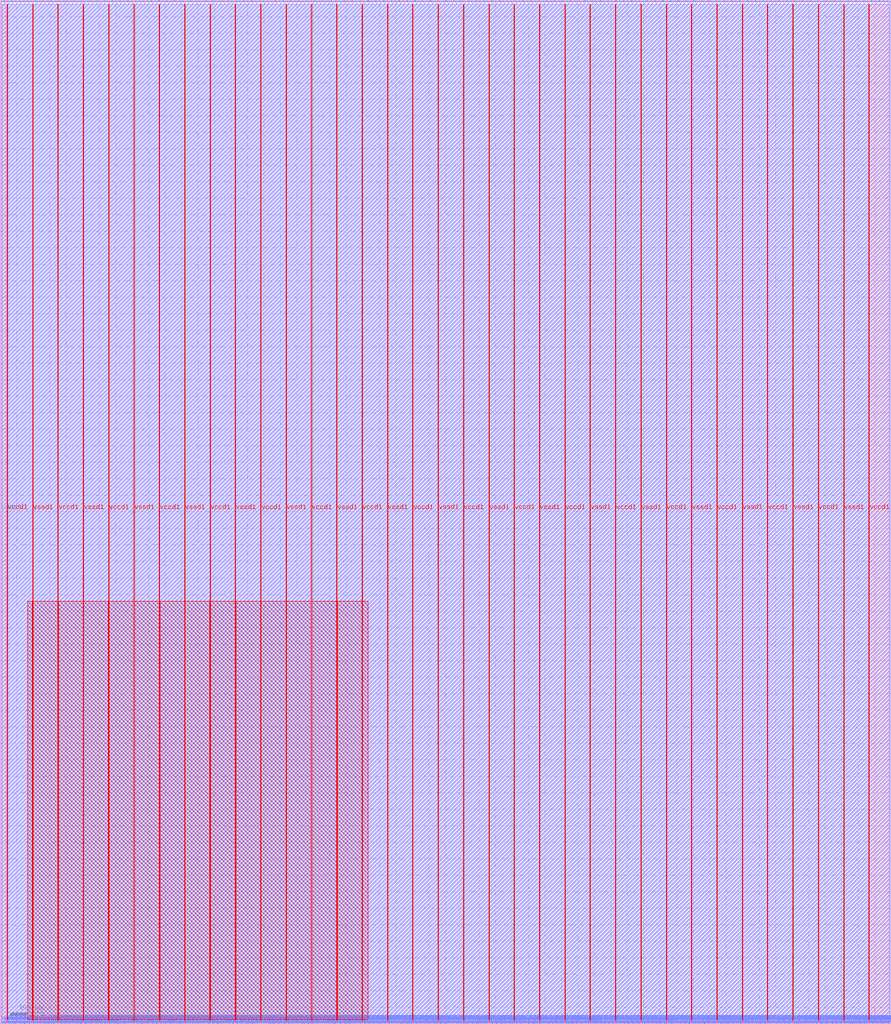
<source format=lef>
VERSION 5.7 ;
  NOWIREEXTENSIONATPIN ON ;
  DIVIDERCHAR "/" ;
  BUSBITCHARS "[]" ;
MACRO user_proj_example
  CLASS BLOCK ;
  FOREIGN user_proj_example ;
  ORIGIN 0.000 0.000 ;
  SIZE 2700.000 BY 3100.000 ;
  PIN io_in[0]
    DIRECTION INPUT ;
    USE SIGNAL ;
    PORT
      LAYER met2 ;
        RECT 11.590 3096.000 11.870 3100.000 ;
    END
  END io_in[0]
  PIN io_in[10]
    DIRECTION INPUT ;
    USE SIGNAL ;
    PORT
      LAYER met2 ;
        RECT 715.850 3096.000 716.130 3100.000 ;
    END
  END io_in[10]
  PIN io_in[11]
    DIRECTION INPUT ;
    USE SIGNAL ;
    PORT
      LAYER met2 ;
        RECT 786.230 3096.000 786.510 3100.000 ;
    END
  END io_in[11]
  PIN io_in[12]
    DIRECTION INPUT ;
    USE SIGNAL ;
    PORT
      LAYER met2 ;
        RECT 856.610 3096.000 856.890 3100.000 ;
    END
  END io_in[12]
  PIN io_in[13]
    DIRECTION INPUT ;
    USE SIGNAL ;
    PORT
      LAYER met2 ;
        RECT 926.990 3096.000 927.270 3100.000 ;
    END
  END io_in[13]
  PIN io_in[14]
    DIRECTION INPUT ;
    USE SIGNAL ;
    PORT
      LAYER met2 ;
        RECT 997.370 3096.000 997.650 3100.000 ;
    END
  END io_in[14]
  PIN io_in[15]
    DIRECTION INPUT ;
    USE SIGNAL ;
    PORT
      LAYER met2 ;
        RECT 1067.750 3096.000 1068.030 3100.000 ;
    END
  END io_in[15]
  PIN io_in[16]
    DIRECTION INPUT ;
    USE SIGNAL ;
    PORT
      LAYER met2 ;
        RECT 1138.590 3096.000 1138.870 3100.000 ;
    END
  END io_in[16]
  PIN io_in[17]
    DIRECTION INPUT ;
    USE SIGNAL ;
    PORT
      LAYER met2 ;
        RECT 1208.970 3096.000 1209.250 3100.000 ;
    END
  END io_in[17]
  PIN io_in[18]
    DIRECTION INPUT ;
    USE SIGNAL ;
    PORT
      LAYER met2 ;
        RECT 1279.350 3096.000 1279.630 3100.000 ;
    END
  END io_in[18]
  PIN io_in[19]
    DIRECTION INPUT ;
    USE SIGNAL ;
    PORT
      LAYER met2 ;
        RECT 1349.730 3096.000 1350.010 3100.000 ;
    END
  END io_in[19]
  PIN io_in[1]
    DIRECTION INPUT ;
    USE SIGNAL ;
    PORT
      LAYER met2 ;
        RECT 81.970 3096.000 82.250 3100.000 ;
    END
  END io_in[1]
  PIN io_in[20]
    DIRECTION INPUT ;
    USE SIGNAL ;
    PORT
      LAYER met2 ;
        RECT 1420.110 3096.000 1420.390 3100.000 ;
    END
  END io_in[20]
  PIN io_in[21]
    DIRECTION INPUT ;
    USE SIGNAL ;
    PORT
      LAYER met2 ;
        RECT 1490.490 3096.000 1490.770 3100.000 ;
    END
  END io_in[21]
  PIN io_in[22]
    DIRECTION INPUT ;
    USE SIGNAL ;
    PORT
      LAYER met2 ;
        RECT 1560.870 3096.000 1561.150 3100.000 ;
    END
  END io_in[22]
  PIN io_in[23]
    DIRECTION INPUT ;
    USE SIGNAL ;
    PORT
      LAYER met2 ;
        RECT 1631.710 3096.000 1631.990 3100.000 ;
    END
  END io_in[23]
  PIN io_in[24]
    DIRECTION INPUT ;
    USE SIGNAL ;
    PORT
      LAYER met2 ;
        RECT 1702.090 3096.000 1702.370 3100.000 ;
    END
  END io_in[24]
  PIN io_in[25]
    DIRECTION INPUT ;
    USE SIGNAL ;
    PORT
      LAYER met2 ;
        RECT 1772.470 3096.000 1772.750 3100.000 ;
    END
  END io_in[25]
  PIN io_in[26]
    DIRECTION INPUT ;
    USE SIGNAL ;
    PORT
      LAYER met2 ;
        RECT 1842.850 3096.000 1843.130 3100.000 ;
    END
  END io_in[26]
  PIN io_in[27]
    DIRECTION INPUT ;
    USE SIGNAL ;
    PORT
      LAYER met2 ;
        RECT 1913.230 3096.000 1913.510 3100.000 ;
    END
  END io_in[27]
  PIN io_in[28]
    DIRECTION INPUT ;
    USE SIGNAL ;
    PORT
      LAYER met2 ;
        RECT 1983.610 3096.000 1983.890 3100.000 ;
    END
  END io_in[28]
  PIN io_in[29]
    DIRECTION INPUT ;
    USE SIGNAL ;
    PORT
      LAYER met2 ;
        RECT 2053.990 3096.000 2054.270 3100.000 ;
    END
  END io_in[29]
  PIN io_in[2]
    DIRECTION INPUT ;
    USE SIGNAL ;
    PORT
      LAYER met2 ;
        RECT 152.350 3096.000 152.630 3100.000 ;
    END
  END io_in[2]
  PIN io_in[30]
    DIRECTION INPUT ;
    USE SIGNAL ;
    PORT
      LAYER met2 ;
        RECT 2124.370 3096.000 2124.650 3100.000 ;
    END
  END io_in[30]
  PIN io_in[31]
    DIRECTION INPUT ;
    USE SIGNAL ;
    PORT
      LAYER met2 ;
        RECT 2195.210 3096.000 2195.490 3100.000 ;
    END
  END io_in[31]
  PIN io_in[32]
    DIRECTION INPUT ;
    USE SIGNAL ;
    PORT
      LAYER met2 ;
        RECT 2265.590 3096.000 2265.870 3100.000 ;
    END
  END io_in[32]
  PIN io_in[33]
    DIRECTION INPUT ;
    USE SIGNAL ;
    PORT
      LAYER met2 ;
        RECT 2335.970 3096.000 2336.250 3100.000 ;
    END
  END io_in[33]
  PIN io_in[34]
    DIRECTION INPUT ;
    USE SIGNAL ;
    PORT
      LAYER met2 ;
        RECT 2406.350 3096.000 2406.630 3100.000 ;
    END
  END io_in[34]
  PIN io_in[35]
    DIRECTION INPUT ;
    USE SIGNAL ;
    PORT
      LAYER met2 ;
        RECT 2476.730 3096.000 2477.010 3100.000 ;
    END
  END io_in[35]
  PIN io_in[36]
    DIRECTION INPUT ;
    USE SIGNAL ;
    PORT
      LAYER met2 ;
        RECT 2547.110 3096.000 2547.390 3100.000 ;
    END
  END io_in[36]
  PIN io_in[37]
    DIRECTION INPUT ;
    USE SIGNAL ;
    PORT
      LAYER met2 ;
        RECT 2617.490 3096.000 2617.770 3100.000 ;
    END
  END io_in[37]
  PIN io_in[3]
    DIRECTION INPUT ;
    USE SIGNAL ;
    PORT
      LAYER met2 ;
        RECT 222.730 3096.000 223.010 3100.000 ;
    END
  END io_in[3]
  PIN io_in[4]
    DIRECTION INPUT ;
    USE SIGNAL ;
    PORT
      LAYER met2 ;
        RECT 293.110 3096.000 293.390 3100.000 ;
    END
  END io_in[4]
  PIN io_in[5]
    DIRECTION INPUT ;
    USE SIGNAL ;
    PORT
      LAYER met2 ;
        RECT 363.490 3096.000 363.770 3100.000 ;
    END
  END io_in[5]
  PIN io_in[6]
    DIRECTION INPUT ;
    USE SIGNAL ;
    PORT
      LAYER met2 ;
        RECT 433.870 3096.000 434.150 3100.000 ;
    END
  END io_in[6]
  PIN io_in[7]
    DIRECTION INPUT ;
    USE SIGNAL ;
    PORT
      LAYER met2 ;
        RECT 504.250 3096.000 504.530 3100.000 ;
    END
  END io_in[7]
  PIN io_in[8]
    DIRECTION INPUT ;
    USE SIGNAL ;
    PORT
      LAYER met2 ;
        RECT 575.090 3096.000 575.370 3100.000 ;
    END
  END io_in[8]
  PIN io_in[9]
    DIRECTION INPUT ;
    USE SIGNAL ;
    PORT
      LAYER met2 ;
        RECT 645.470 3096.000 645.750 3100.000 ;
    END
  END io_in[9]
  PIN io_oeb[0]
    DIRECTION OUTPUT TRISTATE ;
    USE SIGNAL ;
    PORT
      LAYER met2 ;
        RECT 35.050 3096.000 35.330 3100.000 ;
    END
  END io_oeb[0]
  PIN io_oeb[10]
    DIRECTION OUTPUT TRISTATE ;
    USE SIGNAL ;
    PORT
      LAYER met2 ;
        RECT 739.310 3096.000 739.590 3100.000 ;
    END
  END io_oeb[10]
  PIN io_oeb[11]
    DIRECTION OUTPUT TRISTATE ;
    USE SIGNAL ;
    PORT
      LAYER met2 ;
        RECT 809.690 3096.000 809.970 3100.000 ;
    END
  END io_oeb[11]
  PIN io_oeb[12]
    DIRECTION OUTPUT TRISTATE ;
    USE SIGNAL ;
    PORT
      LAYER met2 ;
        RECT 880.070 3096.000 880.350 3100.000 ;
    END
  END io_oeb[12]
  PIN io_oeb[13]
    DIRECTION OUTPUT TRISTATE ;
    USE SIGNAL ;
    PORT
      LAYER met2 ;
        RECT 950.450 3096.000 950.730 3100.000 ;
    END
  END io_oeb[13]
  PIN io_oeb[14]
    DIRECTION OUTPUT TRISTATE ;
    USE SIGNAL ;
    PORT
      LAYER met2 ;
        RECT 1020.830 3096.000 1021.110 3100.000 ;
    END
  END io_oeb[14]
  PIN io_oeb[15]
    DIRECTION OUTPUT TRISTATE ;
    USE SIGNAL ;
    PORT
      LAYER met2 ;
        RECT 1091.670 3096.000 1091.950 3100.000 ;
    END
  END io_oeb[15]
  PIN io_oeb[16]
    DIRECTION OUTPUT TRISTATE ;
    USE SIGNAL ;
    PORT
      LAYER met2 ;
        RECT 1162.050 3096.000 1162.330 3100.000 ;
    END
  END io_oeb[16]
  PIN io_oeb[17]
    DIRECTION OUTPUT TRISTATE ;
    USE SIGNAL ;
    PORT
      LAYER met2 ;
        RECT 1232.430 3096.000 1232.710 3100.000 ;
    END
  END io_oeb[17]
  PIN io_oeb[18]
    DIRECTION OUTPUT TRISTATE ;
    USE SIGNAL ;
    PORT
      LAYER met2 ;
        RECT 1302.810 3096.000 1303.090 3100.000 ;
    END
  END io_oeb[18]
  PIN io_oeb[19]
    DIRECTION OUTPUT TRISTATE ;
    USE SIGNAL ;
    PORT
      LAYER met2 ;
        RECT 1373.190 3096.000 1373.470 3100.000 ;
    END
  END io_oeb[19]
  PIN io_oeb[1]
    DIRECTION OUTPUT TRISTATE ;
    USE SIGNAL ;
    PORT
      LAYER met2 ;
        RECT 105.430 3096.000 105.710 3100.000 ;
    END
  END io_oeb[1]
  PIN io_oeb[20]
    DIRECTION OUTPUT TRISTATE ;
    USE SIGNAL ;
    PORT
      LAYER met2 ;
        RECT 1443.570 3096.000 1443.850 3100.000 ;
    END
  END io_oeb[20]
  PIN io_oeb[21]
    DIRECTION OUTPUT TRISTATE ;
    USE SIGNAL ;
    PORT
      LAYER met2 ;
        RECT 1513.950 3096.000 1514.230 3100.000 ;
    END
  END io_oeb[21]
  PIN io_oeb[22]
    DIRECTION OUTPUT TRISTATE ;
    USE SIGNAL ;
    PORT
      LAYER met2 ;
        RECT 1584.330 3096.000 1584.610 3100.000 ;
    END
  END io_oeb[22]
  PIN io_oeb[23]
    DIRECTION OUTPUT TRISTATE ;
    USE SIGNAL ;
    PORT
      LAYER met2 ;
        RECT 1655.170 3096.000 1655.450 3100.000 ;
    END
  END io_oeb[23]
  PIN io_oeb[24]
    DIRECTION OUTPUT TRISTATE ;
    USE SIGNAL ;
    PORT
      LAYER met2 ;
        RECT 1725.550 3096.000 1725.830 3100.000 ;
    END
  END io_oeb[24]
  PIN io_oeb[25]
    DIRECTION OUTPUT TRISTATE ;
    USE SIGNAL ;
    PORT
      LAYER met2 ;
        RECT 1795.930 3096.000 1796.210 3100.000 ;
    END
  END io_oeb[25]
  PIN io_oeb[26]
    DIRECTION OUTPUT TRISTATE ;
    USE SIGNAL ;
    PORT
      LAYER met2 ;
        RECT 1866.310 3096.000 1866.590 3100.000 ;
    END
  END io_oeb[26]
  PIN io_oeb[27]
    DIRECTION OUTPUT TRISTATE ;
    USE SIGNAL ;
    PORT
      LAYER met2 ;
        RECT 1936.690 3096.000 1936.970 3100.000 ;
    END
  END io_oeb[27]
  PIN io_oeb[28]
    DIRECTION OUTPUT TRISTATE ;
    USE SIGNAL ;
    PORT
      LAYER met2 ;
        RECT 2007.070 3096.000 2007.350 3100.000 ;
    END
  END io_oeb[28]
  PIN io_oeb[29]
    DIRECTION OUTPUT TRISTATE ;
    USE SIGNAL ;
    PORT
      LAYER met2 ;
        RECT 2077.450 3096.000 2077.730 3100.000 ;
    END
  END io_oeb[29]
  PIN io_oeb[2]
    DIRECTION OUTPUT TRISTATE ;
    USE SIGNAL ;
    PORT
      LAYER met2 ;
        RECT 175.810 3096.000 176.090 3100.000 ;
    END
  END io_oeb[2]
  PIN io_oeb[30]
    DIRECTION OUTPUT TRISTATE ;
    USE SIGNAL ;
    PORT
      LAYER met2 ;
        RECT 2147.830 3096.000 2148.110 3100.000 ;
    END
  END io_oeb[30]
  PIN io_oeb[31]
    DIRECTION OUTPUT TRISTATE ;
    USE SIGNAL ;
    PORT
      LAYER met2 ;
        RECT 2218.670 3096.000 2218.950 3100.000 ;
    END
  END io_oeb[31]
  PIN io_oeb[32]
    DIRECTION OUTPUT TRISTATE ;
    USE SIGNAL ;
    PORT
      LAYER met2 ;
        RECT 2289.050 3096.000 2289.330 3100.000 ;
    END
  END io_oeb[32]
  PIN io_oeb[33]
    DIRECTION OUTPUT TRISTATE ;
    USE SIGNAL ;
    PORT
      LAYER met2 ;
        RECT 2359.430 3096.000 2359.710 3100.000 ;
    END
  END io_oeb[33]
  PIN io_oeb[34]
    DIRECTION OUTPUT TRISTATE ;
    USE SIGNAL ;
    PORT
      LAYER met2 ;
        RECT 2429.810 3096.000 2430.090 3100.000 ;
    END
  END io_oeb[34]
  PIN io_oeb[35]
    DIRECTION OUTPUT TRISTATE ;
    USE SIGNAL ;
    PORT
      LAYER met2 ;
        RECT 2500.190 3096.000 2500.470 3100.000 ;
    END
  END io_oeb[35]
  PIN io_oeb[36]
    DIRECTION OUTPUT TRISTATE ;
    USE SIGNAL ;
    PORT
      LAYER met2 ;
        RECT 2570.570 3096.000 2570.850 3100.000 ;
    END
  END io_oeb[36]
  PIN io_oeb[37]
    DIRECTION OUTPUT TRISTATE ;
    USE SIGNAL ;
    PORT
      LAYER met2 ;
        RECT 2640.950 3096.000 2641.230 3100.000 ;
    END
  END io_oeb[37]
  PIN io_oeb[3]
    DIRECTION OUTPUT TRISTATE ;
    USE SIGNAL ;
    PORT
      LAYER met2 ;
        RECT 246.190 3096.000 246.470 3100.000 ;
    END
  END io_oeb[3]
  PIN io_oeb[4]
    DIRECTION OUTPUT TRISTATE ;
    USE SIGNAL ;
    PORT
      LAYER met2 ;
        RECT 316.570 3096.000 316.850 3100.000 ;
    END
  END io_oeb[4]
  PIN io_oeb[5]
    DIRECTION OUTPUT TRISTATE ;
    USE SIGNAL ;
    PORT
      LAYER met2 ;
        RECT 386.950 3096.000 387.230 3100.000 ;
    END
  END io_oeb[5]
  PIN io_oeb[6]
    DIRECTION OUTPUT TRISTATE ;
    USE SIGNAL ;
    PORT
      LAYER met2 ;
        RECT 457.330 3096.000 457.610 3100.000 ;
    END
  END io_oeb[6]
  PIN io_oeb[7]
    DIRECTION OUTPUT TRISTATE ;
    USE SIGNAL ;
    PORT
      LAYER met2 ;
        RECT 527.710 3096.000 527.990 3100.000 ;
    END
  END io_oeb[7]
  PIN io_oeb[8]
    DIRECTION OUTPUT TRISTATE ;
    USE SIGNAL ;
    PORT
      LAYER met2 ;
        RECT 598.550 3096.000 598.830 3100.000 ;
    END
  END io_oeb[8]
  PIN io_oeb[9]
    DIRECTION OUTPUT TRISTATE ;
    USE SIGNAL ;
    PORT
      LAYER met2 ;
        RECT 668.930 3096.000 669.210 3100.000 ;
    END
  END io_oeb[9]
  PIN io_out[0]
    DIRECTION OUTPUT TRISTATE ;
    USE SIGNAL ;
    PORT
      LAYER met2 ;
        RECT 58.510 3096.000 58.790 3100.000 ;
    END
  END io_out[0]
  PIN io_out[10]
    DIRECTION OUTPUT TRISTATE ;
    USE SIGNAL ;
    PORT
      LAYER met2 ;
        RECT 762.770 3096.000 763.050 3100.000 ;
    END
  END io_out[10]
  PIN io_out[11]
    DIRECTION OUTPUT TRISTATE ;
    USE SIGNAL ;
    PORT
      LAYER met2 ;
        RECT 833.150 3096.000 833.430 3100.000 ;
    END
  END io_out[11]
  PIN io_out[12]
    DIRECTION OUTPUT TRISTATE ;
    USE SIGNAL ;
    PORT
      LAYER met2 ;
        RECT 903.530 3096.000 903.810 3100.000 ;
    END
  END io_out[12]
  PIN io_out[13]
    DIRECTION OUTPUT TRISTATE ;
    USE SIGNAL ;
    PORT
      LAYER met2 ;
        RECT 973.910 3096.000 974.190 3100.000 ;
    END
  END io_out[13]
  PIN io_out[14]
    DIRECTION OUTPUT TRISTATE ;
    USE SIGNAL ;
    PORT
      LAYER met2 ;
        RECT 1044.290 3096.000 1044.570 3100.000 ;
    END
  END io_out[14]
  PIN io_out[15]
    DIRECTION OUTPUT TRISTATE ;
    USE SIGNAL ;
    PORT
      LAYER met2 ;
        RECT 1115.130 3096.000 1115.410 3100.000 ;
    END
  END io_out[15]
  PIN io_out[16]
    DIRECTION OUTPUT TRISTATE ;
    USE SIGNAL ;
    PORT
      LAYER met2 ;
        RECT 1185.510 3096.000 1185.790 3100.000 ;
    END
  END io_out[16]
  PIN io_out[17]
    DIRECTION OUTPUT TRISTATE ;
    USE SIGNAL ;
    PORT
      LAYER met2 ;
        RECT 1255.890 3096.000 1256.170 3100.000 ;
    END
  END io_out[17]
  PIN io_out[18]
    DIRECTION OUTPUT TRISTATE ;
    USE SIGNAL ;
    PORT
      LAYER met2 ;
        RECT 1326.270 3096.000 1326.550 3100.000 ;
    END
  END io_out[18]
  PIN io_out[19]
    DIRECTION OUTPUT TRISTATE ;
    USE SIGNAL ;
    PORT
      LAYER met2 ;
        RECT 1396.650 3096.000 1396.930 3100.000 ;
    END
  END io_out[19]
  PIN io_out[1]
    DIRECTION OUTPUT TRISTATE ;
    USE SIGNAL ;
    PORT
      LAYER met2 ;
        RECT 128.890 3096.000 129.170 3100.000 ;
    END
  END io_out[1]
  PIN io_out[20]
    DIRECTION OUTPUT TRISTATE ;
    USE SIGNAL ;
    PORT
      LAYER met2 ;
        RECT 1467.030 3096.000 1467.310 3100.000 ;
    END
  END io_out[20]
  PIN io_out[21]
    DIRECTION OUTPUT TRISTATE ;
    USE SIGNAL ;
    PORT
      LAYER met2 ;
        RECT 1537.410 3096.000 1537.690 3100.000 ;
    END
  END io_out[21]
  PIN io_out[22]
    DIRECTION OUTPUT TRISTATE ;
    USE SIGNAL ;
    PORT
      LAYER met2 ;
        RECT 1607.790 3096.000 1608.070 3100.000 ;
    END
  END io_out[22]
  PIN io_out[23]
    DIRECTION OUTPUT TRISTATE ;
    USE SIGNAL ;
    PORT
      LAYER met2 ;
        RECT 1678.630 3096.000 1678.910 3100.000 ;
    END
  END io_out[23]
  PIN io_out[24]
    DIRECTION OUTPUT TRISTATE ;
    USE SIGNAL ;
    PORT
      LAYER met2 ;
        RECT 1749.010 3096.000 1749.290 3100.000 ;
    END
  END io_out[24]
  PIN io_out[25]
    DIRECTION OUTPUT TRISTATE ;
    USE SIGNAL ;
    PORT
      LAYER met2 ;
        RECT 1819.390 3096.000 1819.670 3100.000 ;
    END
  END io_out[25]
  PIN io_out[26]
    DIRECTION OUTPUT TRISTATE ;
    USE SIGNAL ;
    PORT
      LAYER met2 ;
        RECT 1889.770 3096.000 1890.050 3100.000 ;
    END
  END io_out[26]
  PIN io_out[27]
    DIRECTION OUTPUT TRISTATE ;
    USE SIGNAL ;
    PORT
      LAYER met2 ;
        RECT 1960.150 3096.000 1960.430 3100.000 ;
    END
  END io_out[27]
  PIN io_out[28]
    DIRECTION OUTPUT TRISTATE ;
    USE SIGNAL ;
    PORT
      LAYER met2 ;
        RECT 2030.530 3096.000 2030.810 3100.000 ;
    END
  END io_out[28]
  PIN io_out[29]
    DIRECTION OUTPUT TRISTATE ;
    USE SIGNAL ;
    PORT
      LAYER met2 ;
        RECT 2100.910 3096.000 2101.190 3100.000 ;
    END
  END io_out[29]
  PIN io_out[2]
    DIRECTION OUTPUT TRISTATE ;
    USE SIGNAL ;
    PORT
      LAYER met2 ;
        RECT 199.270 3096.000 199.550 3100.000 ;
    END
  END io_out[2]
  PIN io_out[30]
    DIRECTION OUTPUT TRISTATE ;
    USE SIGNAL ;
    PORT
      LAYER met2 ;
        RECT 2171.750 3096.000 2172.030 3100.000 ;
    END
  END io_out[30]
  PIN io_out[31]
    DIRECTION OUTPUT TRISTATE ;
    USE SIGNAL ;
    PORT
      LAYER met2 ;
        RECT 2242.130 3096.000 2242.410 3100.000 ;
    END
  END io_out[31]
  PIN io_out[32]
    DIRECTION OUTPUT TRISTATE ;
    USE SIGNAL ;
    PORT
      LAYER met2 ;
        RECT 2312.510 3096.000 2312.790 3100.000 ;
    END
  END io_out[32]
  PIN io_out[33]
    DIRECTION OUTPUT TRISTATE ;
    USE SIGNAL ;
    PORT
      LAYER met2 ;
        RECT 2382.890 3096.000 2383.170 3100.000 ;
    END
  END io_out[33]
  PIN io_out[34]
    DIRECTION OUTPUT TRISTATE ;
    USE SIGNAL ;
    PORT
      LAYER met2 ;
        RECT 2453.270 3096.000 2453.550 3100.000 ;
    END
  END io_out[34]
  PIN io_out[35]
    DIRECTION OUTPUT TRISTATE ;
    USE SIGNAL ;
    PORT
      LAYER met2 ;
        RECT 2523.650 3096.000 2523.930 3100.000 ;
    END
  END io_out[35]
  PIN io_out[36]
    DIRECTION OUTPUT TRISTATE ;
    USE SIGNAL ;
    PORT
      LAYER met2 ;
        RECT 2594.030 3096.000 2594.310 3100.000 ;
    END
  END io_out[36]
  PIN io_out[37]
    DIRECTION OUTPUT TRISTATE ;
    USE SIGNAL ;
    PORT
      LAYER met2 ;
        RECT 2664.410 3096.000 2664.690 3100.000 ;
    END
  END io_out[37]
  PIN io_out[3]
    DIRECTION OUTPUT TRISTATE ;
    USE SIGNAL ;
    PORT
      LAYER met2 ;
        RECT 269.650 3096.000 269.930 3100.000 ;
    END
  END io_out[3]
  PIN io_out[4]
    DIRECTION OUTPUT TRISTATE ;
    USE SIGNAL ;
    PORT
      LAYER met2 ;
        RECT 340.030 3096.000 340.310 3100.000 ;
    END
  END io_out[4]
  PIN io_out[5]
    DIRECTION OUTPUT TRISTATE ;
    USE SIGNAL ;
    PORT
      LAYER met2 ;
        RECT 410.410 3096.000 410.690 3100.000 ;
    END
  END io_out[5]
  PIN io_out[6]
    DIRECTION OUTPUT TRISTATE ;
    USE SIGNAL ;
    PORT
      LAYER met2 ;
        RECT 480.790 3096.000 481.070 3100.000 ;
    END
  END io_out[6]
  PIN io_out[7]
    DIRECTION OUTPUT TRISTATE ;
    USE SIGNAL ;
    PORT
      LAYER met2 ;
        RECT 551.630 3096.000 551.910 3100.000 ;
    END
  END io_out[7]
  PIN io_out[8]
    DIRECTION OUTPUT TRISTATE ;
    USE SIGNAL ;
    PORT
      LAYER met2 ;
        RECT 622.010 3096.000 622.290 3100.000 ;
    END
  END io_out[8]
  PIN io_out[9]
    DIRECTION OUTPUT TRISTATE ;
    USE SIGNAL ;
    PORT
      LAYER met2 ;
        RECT 692.390 3096.000 692.670 3100.000 ;
    END
  END io_out[9]
  PIN irq[0]
    DIRECTION OUTPUT TRISTATE ;
    USE SIGNAL ;
    PORT
      LAYER met2 ;
        RECT 2686.030 0.000 2686.310 4.000 ;
    END
  END irq[0]
  PIN irq[1]
    DIRECTION OUTPUT TRISTATE ;
    USE SIGNAL ;
    PORT
      LAYER met2 ;
        RECT 2691.550 0.000 2691.830 4.000 ;
    END
  END irq[1]
  PIN irq[2]
    DIRECTION OUTPUT TRISTATE ;
    USE SIGNAL ;
    PORT
      LAYER met2 ;
        RECT 2697.070 0.000 2697.350 4.000 ;
    END
  END irq[2]
  PIN la_data_in[0]
    DIRECTION INPUT ;
    USE SIGNAL ;
    PORT
      LAYER met2 ;
        RECT 582.910 0.000 583.190 4.000 ;
    END
  END la_data_in[0]
  PIN la_data_in[100]
    DIRECTION INPUT ;
    USE SIGNAL ;
    PORT
      LAYER met2 ;
        RECT 2226.030 0.000 2226.310 4.000 ;
    END
  END la_data_in[100]
  PIN la_data_in[101]
    DIRECTION INPUT ;
    USE SIGNAL ;
    PORT
      LAYER met2 ;
        RECT 2242.130 0.000 2242.410 4.000 ;
    END
  END la_data_in[101]
  PIN la_data_in[102]
    DIRECTION INPUT ;
    USE SIGNAL ;
    PORT
      LAYER met2 ;
        RECT 2258.690 0.000 2258.970 4.000 ;
    END
  END la_data_in[102]
  PIN la_data_in[103]
    DIRECTION INPUT ;
    USE SIGNAL ;
    PORT
      LAYER met2 ;
        RECT 2275.250 0.000 2275.530 4.000 ;
    END
  END la_data_in[103]
  PIN la_data_in[104]
    DIRECTION INPUT ;
    USE SIGNAL ;
    PORT
      LAYER met2 ;
        RECT 2291.350 0.000 2291.630 4.000 ;
    END
  END la_data_in[104]
  PIN la_data_in[105]
    DIRECTION INPUT ;
    USE SIGNAL ;
    PORT
      LAYER met2 ;
        RECT 2307.910 0.000 2308.190 4.000 ;
    END
  END la_data_in[105]
  PIN la_data_in[106]
    DIRECTION INPUT ;
    USE SIGNAL ;
    PORT
      LAYER met2 ;
        RECT 2324.470 0.000 2324.750 4.000 ;
    END
  END la_data_in[106]
  PIN la_data_in[107]
    DIRECTION INPUT ;
    USE SIGNAL ;
    PORT
      LAYER met2 ;
        RECT 2341.030 0.000 2341.310 4.000 ;
    END
  END la_data_in[107]
  PIN la_data_in[108]
    DIRECTION INPUT ;
    USE SIGNAL ;
    PORT
      LAYER met2 ;
        RECT 2357.130 0.000 2357.410 4.000 ;
    END
  END la_data_in[108]
  PIN la_data_in[109]
    DIRECTION INPUT ;
    USE SIGNAL ;
    PORT
      LAYER met2 ;
        RECT 2373.690 0.000 2373.970 4.000 ;
    END
  END la_data_in[109]
  PIN la_data_in[10]
    DIRECTION INPUT ;
    USE SIGNAL ;
    PORT
      LAYER met2 ;
        RECT 747.130 0.000 747.410 4.000 ;
    END
  END la_data_in[10]
  PIN la_data_in[110]
    DIRECTION INPUT ;
    USE SIGNAL ;
    PORT
      LAYER met2 ;
        RECT 2390.250 0.000 2390.530 4.000 ;
    END
  END la_data_in[110]
  PIN la_data_in[111]
    DIRECTION INPUT ;
    USE SIGNAL ;
    PORT
      LAYER met2 ;
        RECT 2406.810 0.000 2407.090 4.000 ;
    END
  END la_data_in[111]
  PIN la_data_in[112]
    DIRECTION INPUT ;
    USE SIGNAL ;
    PORT
      LAYER met2 ;
        RECT 2422.910 0.000 2423.190 4.000 ;
    END
  END la_data_in[112]
  PIN la_data_in[113]
    DIRECTION INPUT ;
    USE SIGNAL ;
    PORT
      LAYER met2 ;
        RECT 2439.470 0.000 2439.750 4.000 ;
    END
  END la_data_in[113]
  PIN la_data_in[114]
    DIRECTION INPUT ;
    USE SIGNAL ;
    PORT
      LAYER met2 ;
        RECT 2456.030 0.000 2456.310 4.000 ;
    END
  END la_data_in[114]
  PIN la_data_in[115]
    DIRECTION INPUT ;
    USE SIGNAL ;
    PORT
      LAYER met2 ;
        RECT 2472.130 0.000 2472.410 4.000 ;
    END
  END la_data_in[115]
  PIN la_data_in[116]
    DIRECTION INPUT ;
    USE SIGNAL ;
    PORT
      LAYER met2 ;
        RECT 2488.690 0.000 2488.970 4.000 ;
    END
  END la_data_in[116]
  PIN la_data_in[117]
    DIRECTION INPUT ;
    USE SIGNAL ;
    PORT
      LAYER met2 ;
        RECT 2505.250 0.000 2505.530 4.000 ;
    END
  END la_data_in[117]
  PIN la_data_in[118]
    DIRECTION INPUT ;
    USE SIGNAL ;
    PORT
      LAYER met2 ;
        RECT 2521.810 0.000 2522.090 4.000 ;
    END
  END la_data_in[118]
  PIN la_data_in[119]
    DIRECTION INPUT ;
    USE SIGNAL ;
    PORT
      LAYER met2 ;
        RECT 2537.910 0.000 2538.190 4.000 ;
    END
  END la_data_in[119]
  PIN la_data_in[11]
    DIRECTION INPUT ;
    USE SIGNAL ;
    PORT
      LAYER met2 ;
        RECT 763.690 0.000 763.970 4.000 ;
    END
  END la_data_in[11]
  PIN la_data_in[120]
    DIRECTION INPUT ;
    USE SIGNAL ;
    PORT
      LAYER met2 ;
        RECT 2554.470 0.000 2554.750 4.000 ;
    END
  END la_data_in[120]
  PIN la_data_in[121]
    DIRECTION INPUT ;
    USE SIGNAL ;
    PORT
      LAYER met2 ;
        RECT 2571.030 0.000 2571.310 4.000 ;
    END
  END la_data_in[121]
  PIN la_data_in[122]
    DIRECTION INPUT ;
    USE SIGNAL ;
    PORT
      LAYER met2 ;
        RECT 2587.130 0.000 2587.410 4.000 ;
    END
  END la_data_in[122]
  PIN la_data_in[123]
    DIRECTION INPUT ;
    USE SIGNAL ;
    PORT
      LAYER met2 ;
        RECT 2603.690 0.000 2603.970 4.000 ;
    END
  END la_data_in[123]
  PIN la_data_in[124]
    DIRECTION INPUT ;
    USE SIGNAL ;
    PORT
      LAYER met2 ;
        RECT 2620.250 0.000 2620.530 4.000 ;
    END
  END la_data_in[124]
  PIN la_data_in[125]
    DIRECTION INPUT ;
    USE SIGNAL ;
    PORT
      LAYER met2 ;
        RECT 2636.810 0.000 2637.090 4.000 ;
    END
  END la_data_in[125]
  PIN la_data_in[126]
    DIRECTION INPUT ;
    USE SIGNAL ;
    PORT
      LAYER met2 ;
        RECT 2652.910 0.000 2653.190 4.000 ;
    END
  END la_data_in[126]
  PIN la_data_in[127]
    DIRECTION INPUT ;
    USE SIGNAL ;
    PORT
      LAYER met2 ;
        RECT 2669.470 0.000 2669.750 4.000 ;
    END
  END la_data_in[127]
  PIN la_data_in[12]
    DIRECTION INPUT ;
    USE SIGNAL ;
    PORT
      LAYER met2 ;
        RECT 779.790 0.000 780.070 4.000 ;
    END
  END la_data_in[12]
  PIN la_data_in[13]
    DIRECTION INPUT ;
    USE SIGNAL ;
    PORT
      LAYER met2 ;
        RECT 796.350 0.000 796.630 4.000 ;
    END
  END la_data_in[13]
  PIN la_data_in[14]
    DIRECTION INPUT ;
    USE SIGNAL ;
    PORT
      LAYER met2 ;
        RECT 812.910 0.000 813.190 4.000 ;
    END
  END la_data_in[14]
  PIN la_data_in[15]
    DIRECTION INPUT ;
    USE SIGNAL ;
    PORT
      LAYER met2 ;
        RECT 829.010 0.000 829.290 4.000 ;
    END
  END la_data_in[15]
  PIN la_data_in[16]
    DIRECTION INPUT ;
    USE SIGNAL ;
    PORT
      LAYER met2 ;
        RECT 845.570 0.000 845.850 4.000 ;
    END
  END la_data_in[16]
  PIN la_data_in[17]
    DIRECTION INPUT ;
    USE SIGNAL ;
    PORT
      LAYER met2 ;
        RECT 862.130 0.000 862.410 4.000 ;
    END
  END la_data_in[17]
  PIN la_data_in[18]
    DIRECTION INPUT ;
    USE SIGNAL ;
    PORT
      LAYER met2 ;
        RECT 878.690 0.000 878.970 4.000 ;
    END
  END la_data_in[18]
  PIN la_data_in[19]
    DIRECTION INPUT ;
    USE SIGNAL ;
    PORT
      LAYER met2 ;
        RECT 894.790 0.000 895.070 4.000 ;
    END
  END la_data_in[19]
  PIN la_data_in[1]
    DIRECTION INPUT ;
    USE SIGNAL ;
    PORT
      LAYER met2 ;
        RECT 599.010 0.000 599.290 4.000 ;
    END
  END la_data_in[1]
  PIN la_data_in[20]
    DIRECTION INPUT ;
    USE SIGNAL ;
    PORT
      LAYER met2 ;
        RECT 911.350 0.000 911.630 4.000 ;
    END
  END la_data_in[20]
  PIN la_data_in[21]
    DIRECTION INPUT ;
    USE SIGNAL ;
    PORT
      LAYER met2 ;
        RECT 927.910 0.000 928.190 4.000 ;
    END
  END la_data_in[21]
  PIN la_data_in[22]
    DIRECTION INPUT ;
    USE SIGNAL ;
    PORT
      LAYER met2 ;
        RECT 944.010 0.000 944.290 4.000 ;
    END
  END la_data_in[22]
  PIN la_data_in[23]
    DIRECTION INPUT ;
    USE SIGNAL ;
    PORT
      LAYER met2 ;
        RECT 960.570 0.000 960.850 4.000 ;
    END
  END la_data_in[23]
  PIN la_data_in[24]
    DIRECTION INPUT ;
    USE SIGNAL ;
    PORT
      LAYER met2 ;
        RECT 977.130 0.000 977.410 4.000 ;
    END
  END la_data_in[24]
  PIN la_data_in[25]
    DIRECTION INPUT ;
    USE SIGNAL ;
    PORT
      LAYER met2 ;
        RECT 993.690 0.000 993.970 4.000 ;
    END
  END la_data_in[25]
  PIN la_data_in[26]
    DIRECTION INPUT ;
    USE SIGNAL ;
    PORT
      LAYER met2 ;
        RECT 1009.790 0.000 1010.070 4.000 ;
    END
  END la_data_in[26]
  PIN la_data_in[27]
    DIRECTION INPUT ;
    USE SIGNAL ;
    PORT
      LAYER met2 ;
        RECT 1026.350 0.000 1026.630 4.000 ;
    END
  END la_data_in[27]
  PIN la_data_in[28]
    DIRECTION INPUT ;
    USE SIGNAL ;
    PORT
      LAYER met2 ;
        RECT 1042.910 0.000 1043.190 4.000 ;
    END
  END la_data_in[28]
  PIN la_data_in[29]
    DIRECTION INPUT ;
    USE SIGNAL ;
    PORT
      LAYER met2 ;
        RECT 1059.010 0.000 1059.290 4.000 ;
    END
  END la_data_in[29]
  PIN la_data_in[2]
    DIRECTION INPUT ;
    USE SIGNAL ;
    PORT
      LAYER met2 ;
        RECT 615.570 0.000 615.850 4.000 ;
    END
  END la_data_in[2]
  PIN la_data_in[30]
    DIRECTION INPUT ;
    USE SIGNAL ;
    PORT
      LAYER met2 ;
        RECT 1075.570 0.000 1075.850 4.000 ;
    END
  END la_data_in[30]
  PIN la_data_in[31]
    DIRECTION INPUT ;
    USE SIGNAL ;
    PORT
      LAYER met2 ;
        RECT 1092.130 0.000 1092.410 4.000 ;
    END
  END la_data_in[31]
  PIN la_data_in[32]
    DIRECTION INPUT ;
    USE SIGNAL ;
    PORT
      LAYER met2 ;
        RECT 1108.690 0.000 1108.970 4.000 ;
    END
  END la_data_in[32]
  PIN la_data_in[33]
    DIRECTION INPUT ;
    USE SIGNAL ;
    PORT
      LAYER met2 ;
        RECT 1124.790 0.000 1125.070 4.000 ;
    END
  END la_data_in[33]
  PIN la_data_in[34]
    DIRECTION INPUT ;
    USE SIGNAL ;
    PORT
      LAYER met2 ;
        RECT 1141.350 0.000 1141.630 4.000 ;
    END
  END la_data_in[34]
  PIN la_data_in[35]
    DIRECTION INPUT ;
    USE SIGNAL ;
    PORT
      LAYER met2 ;
        RECT 1157.910 0.000 1158.190 4.000 ;
    END
  END la_data_in[35]
  PIN la_data_in[36]
    DIRECTION INPUT ;
    USE SIGNAL ;
    PORT
      LAYER met2 ;
        RECT 1174.470 0.000 1174.750 4.000 ;
    END
  END la_data_in[36]
  PIN la_data_in[37]
    DIRECTION INPUT ;
    USE SIGNAL ;
    PORT
      LAYER met2 ;
        RECT 1190.570 0.000 1190.850 4.000 ;
    END
  END la_data_in[37]
  PIN la_data_in[38]
    DIRECTION INPUT ;
    USE SIGNAL ;
    PORT
      LAYER met2 ;
        RECT 1207.130 0.000 1207.410 4.000 ;
    END
  END la_data_in[38]
  PIN la_data_in[39]
    DIRECTION INPUT ;
    USE SIGNAL ;
    PORT
      LAYER met2 ;
        RECT 1223.690 0.000 1223.970 4.000 ;
    END
  END la_data_in[39]
  PIN la_data_in[3]
    DIRECTION INPUT ;
    USE SIGNAL ;
    PORT
      LAYER met2 ;
        RECT 632.130 0.000 632.410 4.000 ;
    END
  END la_data_in[3]
  PIN la_data_in[40]
    DIRECTION INPUT ;
    USE SIGNAL ;
    PORT
      LAYER met2 ;
        RECT 1239.790 0.000 1240.070 4.000 ;
    END
  END la_data_in[40]
  PIN la_data_in[41]
    DIRECTION INPUT ;
    USE SIGNAL ;
    PORT
      LAYER met2 ;
        RECT 1256.350 0.000 1256.630 4.000 ;
    END
  END la_data_in[41]
  PIN la_data_in[42]
    DIRECTION INPUT ;
    USE SIGNAL ;
    PORT
      LAYER met2 ;
        RECT 1272.910 0.000 1273.190 4.000 ;
    END
  END la_data_in[42]
  PIN la_data_in[43]
    DIRECTION INPUT ;
    USE SIGNAL ;
    PORT
      LAYER met2 ;
        RECT 1289.470 0.000 1289.750 4.000 ;
    END
  END la_data_in[43]
  PIN la_data_in[44]
    DIRECTION INPUT ;
    USE SIGNAL ;
    PORT
      LAYER met2 ;
        RECT 1305.570 0.000 1305.850 4.000 ;
    END
  END la_data_in[44]
  PIN la_data_in[45]
    DIRECTION INPUT ;
    USE SIGNAL ;
    PORT
      LAYER met2 ;
        RECT 1322.130 0.000 1322.410 4.000 ;
    END
  END la_data_in[45]
  PIN la_data_in[46]
    DIRECTION INPUT ;
    USE SIGNAL ;
    PORT
      LAYER met2 ;
        RECT 1338.690 0.000 1338.970 4.000 ;
    END
  END la_data_in[46]
  PIN la_data_in[47]
    DIRECTION INPUT ;
    USE SIGNAL ;
    PORT
      LAYER met2 ;
        RECT 1354.790 0.000 1355.070 4.000 ;
    END
  END la_data_in[47]
  PIN la_data_in[48]
    DIRECTION INPUT ;
    USE SIGNAL ;
    PORT
      LAYER met2 ;
        RECT 1371.350 0.000 1371.630 4.000 ;
    END
  END la_data_in[48]
  PIN la_data_in[49]
    DIRECTION INPUT ;
    USE SIGNAL ;
    PORT
      LAYER met2 ;
        RECT 1387.910 0.000 1388.190 4.000 ;
    END
  END la_data_in[49]
  PIN la_data_in[4]
    DIRECTION INPUT ;
    USE SIGNAL ;
    PORT
      LAYER met2 ;
        RECT 648.230 0.000 648.510 4.000 ;
    END
  END la_data_in[4]
  PIN la_data_in[50]
    DIRECTION INPUT ;
    USE SIGNAL ;
    PORT
      LAYER met2 ;
        RECT 1404.470 0.000 1404.750 4.000 ;
    END
  END la_data_in[50]
  PIN la_data_in[51]
    DIRECTION INPUT ;
    USE SIGNAL ;
    PORT
      LAYER met2 ;
        RECT 1420.570 0.000 1420.850 4.000 ;
    END
  END la_data_in[51]
  PIN la_data_in[52]
    DIRECTION INPUT ;
    USE SIGNAL ;
    PORT
      LAYER met2 ;
        RECT 1437.130 0.000 1437.410 4.000 ;
    END
  END la_data_in[52]
  PIN la_data_in[53]
    DIRECTION INPUT ;
    USE SIGNAL ;
    PORT
      LAYER met2 ;
        RECT 1453.690 0.000 1453.970 4.000 ;
    END
  END la_data_in[53]
  PIN la_data_in[54]
    DIRECTION INPUT ;
    USE SIGNAL ;
    PORT
      LAYER met2 ;
        RECT 1469.790 0.000 1470.070 4.000 ;
    END
  END la_data_in[54]
  PIN la_data_in[55]
    DIRECTION INPUT ;
    USE SIGNAL ;
    PORT
      LAYER met2 ;
        RECT 1486.350 0.000 1486.630 4.000 ;
    END
  END la_data_in[55]
  PIN la_data_in[56]
    DIRECTION INPUT ;
    USE SIGNAL ;
    PORT
      LAYER met2 ;
        RECT 1502.910 0.000 1503.190 4.000 ;
    END
  END la_data_in[56]
  PIN la_data_in[57]
    DIRECTION INPUT ;
    USE SIGNAL ;
    PORT
      LAYER met2 ;
        RECT 1519.470 0.000 1519.750 4.000 ;
    END
  END la_data_in[57]
  PIN la_data_in[58]
    DIRECTION INPUT ;
    USE SIGNAL ;
    PORT
      LAYER met2 ;
        RECT 1535.570 0.000 1535.850 4.000 ;
    END
  END la_data_in[58]
  PIN la_data_in[59]
    DIRECTION INPUT ;
    USE SIGNAL ;
    PORT
      LAYER met2 ;
        RECT 1552.130 0.000 1552.410 4.000 ;
    END
  END la_data_in[59]
  PIN la_data_in[5]
    DIRECTION INPUT ;
    USE SIGNAL ;
    PORT
      LAYER met2 ;
        RECT 664.790 0.000 665.070 4.000 ;
    END
  END la_data_in[5]
  PIN la_data_in[60]
    DIRECTION INPUT ;
    USE SIGNAL ;
    PORT
      LAYER met2 ;
        RECT 1568.690 0.000 1568.970 4.000 ;
    END
  END la_data_in[60]
  PIN la_data_in[61]
    DIRECTION INPUT ;
    USE SIGNAL ;
    PORT
      LAYER met2 ;
        RECT 1585.250 0.000 1585.530 4.000 ;
    END
  END la_data_in[61]
  PIN la_data_in[62]
    DIRECTION INPUT ;
    USE SIGNAL ;
    PORT
      LAYER met2 ;
        RECT 1601.350 0.000 1601.630 4.000 ;
    END
  END la_data_in[62]
  PIN la_data_in[63]
    DIRECTION INPUT ;
    USE SIGNAL ;
    PORT
      LAYER met2 ;
        RECT 1617.910 0.000 1618.190 4.000 ;
    END
  END la_data_in[63]
  PIN la_data_in[64]
    DIRECTION INPUT ;
    USE SIGNAL ;
    PORT
      LAYER met2 ;
        RECT 1634.470 0.000 1634.750 4.000 ;
    END
  END la_data_in[64]
  PIN la_data_in[65]
    DIRECTION INPUT ;
    USE SIGNAL ;
    PORT
      LAYER met2 ;
        RECT 1650.570 0.000 1650.850 4.000 ;
    END
  END la_data_in[65]
  PIN la_data_in[66]
    DIRECTION INPUT ;
    USE SIGNAL ;
    PORT
      LAYER met2 ;
        RECT 1667.130 0.000 1667.410 4.000 ;
    END
  END la_data_in[66]
  PIN la_data_in[67]
    DIRECTION INPUT ;
    USE SIGNAL ;
    PORT
      LAYER met2 ;
        RECT 1683.690 0.000 1683.970 4.000 ;
    END
  END la_data_in[67]
  PIN la_data_in[68]
    DIRECTION INPUT ;
    USE SIGNAL ;
    PORT
      LAYER met2 ;
        RECT 1700.250 0.000 1700.530 4.000 ;
    END
  END la_data_in[68]
  PIN la_data_in[69]
    DIRECTION INPUT ;
    USE SIGNAL ;
    PORT
      LAYER met2 ;
        RECT 1716.350 0.000 1716.630 4.000 ;
    END
  END la_data_in[69]
  PIN la_data_in[6]
    DIRECTION INPUT ;
    USE SIGNAL ;
    PORT
      LAYER met2 ;
        RECT 681.350 0.000 681.630 4.000 ;
    END
  END la_data_in[6]
  PIN la_data_in[70]
    DIRECTION INPUT ;
    USE SIGNAL ;
    PORT
      LAYER met2 ;
        RECT 1732.910 0.000 1733.190 4.000 ;
    END
  END la_data_in[70]
  PIN la_data_in[71]
    DIRECTION INPUT ;
    USE SIGNAL ;
    PORT
      LAYER met2 ;
        RECT 1749.470 0.000 1749.750 4.000 ;
    END
  END la_data_in[71]
  PIN la_data_in[72]
    DIRECTION INPUT ;
    USE SIGNAL ;
    PORT
      LAYER met2 ;
        RECT 1765.570 0.000 1765.850 4.000 ;
    END
  END la_data_in[72]
  PIN la_data_in[73]
    DIRECTION INPUT ;
    USE SIGNAL ;
    PORT
      LAYER met2 ;
        RECT 1782.130 0.000 1782.410 4.000 ;
    END
  END la_data_in[73]
  PIN la_data_in[74]
    DIRECTION INPUT ;
    USE SIGNAL ;
    PORT
      LAYER met2 ;
        RECT 1798.690 0.000 1798.970 4.000 ;
    END
  END la_data_in[74]
  PIN la_data_in[75]
    DIRECTION INPUT ;
    USE SIGNAL ;
    PORT
      LAYER met2 ;
        RECT 1815.250 0.000 1815.530 4.000 ;
    END
  END la_data_in[75]
  PIN la_data_in[76]
    DIRECTION INPUT ;
    USE SIGNAL ;
    PORT
      LAYER met2 ;
        RECT 1831.350 0.000 1831.630 4.000 ;
    END
  END la_data_in[76]
  PIN la_data_in[77]
    DIRECTION INPUT ;
    USE SIGNAL ;
    PORT
      LAYER met2 ;
        RECT 1847.910 0.000 1848.190 4.000 ;
    END
  END la_data_in[77]
  PIN la_data_in[78]
    DIRECTION INPUT ;
    USE SIGNAL ;
    PORT
      LAYER met2 ;
        RECT 1864.470 0.000 1864.750 4.000 ;
    END
  END la_data_in[78]
  PIN la_data_in[79]
    DIRECTION INPUT ;
    USE SIGNAL ;
    PORT
      LAYER met2 ;
        RECT 1880.570 0.000 1880.850 4.000 ;
    END
  END la_data_in[79]
  PIN la_data_in[7]
    DIRECTION INPUT ;
    USE SIGNAL ;
    PORT
      LAYER met2 ;
        RECT 697.910 0.000 698.190 4.000 ;
    END
  END la_data_in[7]
  PIN la_data_in[80]
    DIRECTION INPUT ;
    USE SIGNAL ;
    PORT
      LAYER met2 ;
        RECT 1897.130 0.000 1897.410 4.000 ;
    END
  END la_data_in[80]
  PIN la_data_in[81]
    DIRECTION INPUT ;
    USE SIGNAL ;
    PORT
      LAYER met2 ;
        RECT 1913.690 0.000 1913.970 4.000 ;
    END
  END la_data_in[81]
  PIN la_data_in[82]
    DIRECTION INPUT ;
    USE SIGNAL ;
    PORT
      LAYER met2 ;
        RECT 1930.250 0.000 1930.530 4.000 ;
    END
  END la_data_in[82]
  PIN la_data_in[83]
    DIRECTION INPUT ;
    USE SIGNAL ;
    PORT
      LAYER met2 ;
        RECT 1946.350 0.000 1946.630 4.000 ;
    END
  END la_data_in[83]
  PIN la_data_in[84]
    DIRECTION INPUT ;
    USE SIGNAL ;
    PORT
      LAYER met2 ;
        RECT 1962.910 0.000 1963.190 4.000 ;
    END
  END la_data_in[84]
  PIN la_data_in[85]
    DIRECTION INPUT ;
    USE SIGNAL ;
    PORT
      LAYER met2 ;
        RECT 1979.470 0.000 1979.750 4.000 ;
    END
  END la_data_in[85]
  PIN la_data_in[86]
    DIRECTION INPUT ;
    USE SIGNAL ;
    PORT
      LAYER met2 ;
        RECT 1996.030 0.000 1996.310 4.000 ;
    END
  END la_data_in[86]
  PIN la_data_in[87]
    DIRECTION INPUT ;
    USE SIGNAL ;
    PORT
      LAYER met2 ;
        RECT 2012.130 0.000 2012.410 4.000 ;
    END
  END la_data_in[87]
  PIN la_data_in[88]
    DIRECTION INPUT ;
    USE SIGNAL ;
    PORT
      LAYER met2 ;
        RECT 2028.690 0.000 2028.970 4.000 ;
    END
  END la_data_in[88]
  PIN la_data_in[89]
    DIRECTION INPUT ;
    USE SIGNAL ;
    PORT
      LAYER met2 ;
        RECT 2045.250 0.000 2045.530 4.000 ;
    END
  END la_data_in[89]
  PIN la_data_in[8]
    DIRECTION INPUT ;
    USE SIGNAL ;
    PORT
      LAYER met2 ;
        RECT 714.010 0.000 714.290 4.000 ;
    END
  END la_data_in[8]
  PIN la_data_in[90]
    DIRECTION INPUT ;
    USE SIGNAL ;
    PORT
      LAYER met2 ;
        RECT 2061.350 0.000 2061.630 4.000 ;
    END
  END la_data_in[90]
  PIN la_data_in[91]
    DIRECTION INPUT ;
    USE SIGNAL ;
    PORT
      LAYER met2 ;
        RECT 2077.910 0.000 2078.190 4.000 ;
    END
  END la_data_in[91]
  PIN la_data_in[92]
    DIRECTION INPUT ;
    USE SIGNAL ;
    PORT
      LAYER met2 ;
        RECT 2094.470 0.000 2094.750 4.000 ;
    END
  END la_data_in[92]
  PIN la_data_in[93]
    DIRECTION INPUT ;
    USE SIGNAL ;
    PORT
      LAYER met2 ;
        RECT 2111.030 0.000 2111.310 4.000 ;
    END
  END la_data_in[93]
  PIN la_data_in[94]
    DIRECTION INPUT ;
    USE SIGNAL ;
    PORT
      LAYER met2 ;
        RECT 2127.130 0.000 2127.410 4.000 ;
    END
  END la_data_in[94]
  PIN la_data_in[95]
    DIRECTION INPUT ;
    USE SIGNAL ;
    PORT
      LAYER met2 ;
        RECT 2143.690 0.000 2143.970 4.000 ;
    END
  END la_data_in[95]
  PIN la_data_in[96]
    DIRECTION INPUT ;
    USE SIGNAL ;
    PORT
      LAYER met2 ;
        RECT 2160.250 0.000 2160.530 4.000 ;
    END
  END la_data_in[96]
  PIN la_data_in[97]
    DIRECTION INPUT ;
    USE SIGNAL ;
    PORT
      LAYER met2 ;
        RECT 2176.350 0.000 2176.630 4.000 ;
    END
  END la_data_in[97]
  PIN la_data_in[98]
    DIRECTION INPUT ;
    USE SIGNAL ;
    PORT
      LAYER met2 ;
        RECT 2192.910 0.000 2193.190 4.000 ;
    END
  END la_data_in[98]
  PIN la_data_in[99]
    DIRECTION INPUT ;
    USE SIGNAL ;
    PORT
      LAYER met2 ;
        RECT 2209.470 0.000 2209.750 4.000 ;
    END
  END la_data_in[99]
  PIN la_data_in[9]
    DIRECTION INPUT ;
    USE SIGNAL ;
    PORT
      LAYER met2 ;
        RECT 730.570 0.000 730.850 4.000 ;
    END
  END la_data_in[9]
  PIN la_data_out[0]
    DIRECTION OUTPUT TRISTATE ;
    USE SIGNAL ;
    PORT
      LAYER met2 ;
        RECT 588.430 0.000 588.710 4.000 ;
    END
  END la_data_out[0]
  PIN la_data_out[100]
    DIRECTION OUTPUT TRISTATE ;
    USE SIGNAL ;
    PORT
      LAYER met2 ;
        RECT 2231.550 0.000 2231.830 4.000 ;
    END
  END la_data_out[100]
  PIN la_data_out[101]
    DIRECTION OUTPUT TRISTATE ;
    USE SIGNAL ;
    PORT
      LAYER met2 ;
        RECT 2247.650 0.000 2247.930 4.000 ;
    END
  END la_data_out[101]
  PIN la_data_out[102]
    DIRECTION OUTPUT TRISTATE ;
    USE SIGNAL ;
    PORT
      LAYER met2 ;
        RECT 2264.210 0.000 2264.490 4.000 ;
    END
  END la_data_out[102]
  PIN la_data_out[103]
    DIRECTION OUTPUT TRISTATE ;
    USE SIGNAL ;
    PORT
      LAYER met2 ;
        RECT 2280.770 0.000 2281.050 4.000 ;
    END
  END la_data_out[103]
  PIN la_data_out[104]
    DIRECTION OUTPUT TRISTATE ;
    USE SIGNAL ;
    PORT
      LAYER met2 ;
        RECT 2296.870 0.000 2297.150 4.000 ;
    END
  END la_data_out[104]
  PIN la_data_out[105]
    DIRECTION OUTPUT TRISTATE ;
    USE SIGNAL ;
    PORT
      LAYER met2 ;
        RECT 2313.430 0.000 2313.710 4.000 ;
    END
  END la_data_out[105]
  PIN la_data_out[106]
    DIRECTION OUTPUT TRISTATE ;
    USE SIGNAL ;
    PORT
      LAYER met2 ;
        RECT 2329.990 0.000 2330.270 4.000 ;
    END
  END la_data_out[106]
  PIN la_data_out[107]
    DIRECTION OUTPUT TRISTATE ;
    USE SIGNAL ;
    PORT
      LAYER met2 ;
        RECT 2346.550 0.000 2346.830 4.000 ;
    END
  END la_data_out[107]
  PIN la_data_out[108]
    DIRECTION OUTPUT TRISTATE ;
    USE SIGNAL ;
    PORT
      LAYER met2 ;
        RECT 2362.650 0.000 2362.930 4.000 ;
    END
  END la_data_out[108]
  PIN la_data_out[109]
    DIRECTION OUTPUT TRISTATE ;
    USE SIGNAL ;
    PORT
      LAYER met2 ;
        RECT 2379.210 0.000 2379.490 4.000 ;
    END
  END la_data_out[109]
  PIN la_data_out[10]
    DIRECTION OUTPUT TRISTATE ;
    USE SIGNAL ;
    PORT
      LAYER met2 ;
        RECT 752.650 0.000 752.930 4.000 ;
    END
  END la_data_out[10]
  PIN la_data_out[110]
    DIRECTION OUTPUT TRISTATE ;
    USE SIGNAL ;
    PORT
      LAYER met2 ;
        RECT 2395.770 0.000 2396.050 4.000 ;
    END
  END la_data_out[110]
  PIN la_data_out[111]
    DIRECTION OUTPUT TRISTATE ;
    USE SIGNAL ;
    PORT
      LAYER met2 ;
        RECT 2411.870 0.000 2412.150 4.000 ;
    END
  END la_data_out[111]
  PIN la_data_out[112]
    DIRECTION OUTPUT TRISTATE ;
    USE SIGNAL ;
    PORT
      LAYER met2 ;
        RECT 2428.430 0.000 2428.710 4.000 ;
    END
  END la_data_out[112]
  PIN la_data_out[113]
    DIRECTION OUTPUT TRISTATE ;
    USE SIGNAL ;
    PORT
      LAYER met2 ;
        RECT 2444.990 0.000 2445.270 4.000 ;
    END
  END la_data_out[113]
  PIN la_data_out[114]
    DIRECTION OUTPUT TRISTATE ;
    USE SIGNAL ;
    PORT
      LAYER met2 ;
        RECT 2461.550 0.000 2461.830 4.000 ;
    END
  END la_data_out[114]
  PIN la_data_out[115]
    DIRECTION OUTPUT TRISTATE ;
    USE SIGNAL ;
    PORT
      LAYER met2 ;
        RECT 2477.650 0.000 2477.930 4.000 ;
    END
  END la_data_out[115]
  PIN la_data_out[116]
    DIRECTION OUTPUT TRISTATE ;
    USE SIGNAL ;
    PORT
      LAYER met2 ;
        RECT 2494.210 0.000 2494.490 4.000 ;
    END
  END la_data_out[116]
  PIN la_data_out[117]
    DIRECTION OUTPUT TRISTATE ;
    USE SIGNAL ;
    PORT
      LAYER met2 ;
        RECT 2510.770 0.000 2511.050 4.000 ;
    END
  END la_data_out[117]
  PIN la_data_out[118]
    DIRECTION OUTPUT TRISTATE ;
    USE SIGNAL ;
    PORT
      LAYER met2 ;
        RECT 2526.870 0.000 2527.150 4.000 ;
    END
  END la_data_out[118]
  PIN la_data_out[119]
    DIRECTION OUTPUT TRISTATE ;
    USE SIGNAL ;
    PORT
      LAYER met2 ;
        RECT 2543.430 0.000 2543.710 4.000 ;
    END
  END la_data_out[119]
  PIN la_data_out[11]
    DIRECTION OUTPUT TRISTATE ;
    USE SIGNAL ;
    PORT
      LAYER met2 ;
        RECT 768.750 0.000 769.030 4.000 ;
    END
  END la_data_out[11]
  PIN la_data_out[120]
    DIRECTION OUTPUT TRISTATE ;
    USE SIGNAL ;
    PORT
      LAYER met2 ;
        RECT 2559.990 0.000 2560.270 4.000 ;
    END
  END la_data_out[120]
  PIN la_data_out[121]
    DIRECTION OUTPUT TRISTATE ;
    USE SIGNAL ;
    PORT
      LAYER met2 ;
        RECT 2576.550 0.000 2576.830 4.000 ;
    END
  END la_data_out[121]
  PIN la_data_out[122]
    DIRECTION OUTPUT TRISTATE ;
    USE SIGNAL ;
    PORT
      LAYER met2 ;
        RECT 2592.650 0.000 2592.930 4.000 ;
    END
  END la_data_out[122]
  PIN la_data_out[123]
    DIRECTION OUTPUT TRISTATE ;
    USE SIGNAL ;
    PORT
      LAYER met2 ;
        RECT 2609.210 0.000 2609.490 4.000 ;
    END
  END la_data_out[123]
  PIN la_data_out[124]
    DIRECTION OUTPUT TRISTATE ;
    USE SIGNAL ;
    PORT
      LAYER met2 ;
        RECT 2625.770 0.000 2626.050 4.000 ;
    END
  END la_data_out[124]
  PIN la_data_out[125]
    DIRECTION OUTPUT TRISTATE ;
    USE SIGNAL ;
    PORT
      LAYER met2 ;
        RECT 2642.330 0.000 2642.610 4.000 ;
    END
  END la_data_out[125]
  PIN la_data_out[126]
    DIRECTION OUTPUT TRISTATE ;
    USE SIGNAL ;
    PORT
      LAYER met2 ;
        RECT 2658.430 0.000 2658.710 4.000 ;
    END
  END la_data_out[126]
  PIN la_data_out[127]
    DIRECTION OUTPUT TRISTATE ;
    USE SIGNAL ;
    PORT
      LAYER met2 ;
        RECT 2674.990 0.000 2675.270 4.000 ;
    END
  END la_data_out[127]
  PIN la_data_out[12]
    DIRECTION OUTPUT TRISTATE ;
    USE SIGNAL ;
    PORT
      LAYER met2 ;
        RECT 785.310 0.000 785.590 4.000 ;
    END
  END la_data_out[12]
  PIN la_data_out[13]
    DIRECTION OUTPUT TRISTATE ;
    USE SIGNAL ;
    PORT
      LAYER met2 ;
        RECT 801.870 0.000 802.150 4.000 ;
    END
  END la_data_out[13]
  PIN la_data_out[14]
    DIRECTION OUTPUT TRISTATE ;
    USE SIGNAL ;
    PORT
      LAYER met2 ;
        RECT 818.430 0.000 818.710 4.000 ;
    END
  END la_data_out[14]
  PIN la_data_out[15]
    DIRECTION OUTPUT TRISTATE ;
    USE SIGNAL ;
    PORT
      LAYER met2 ;
        RECT 834.530 0.000 834.810 4.000 ;
    END
  END la_data_out[15]
  PIN la_data_out[16]
    DIRECTION OUTPUT TRISTATE ;
    USE SIGNAL ;
    PORT
      LAYER met2 ;
        RECT 851.090 0.000 851.370 4.000 ;
    END
  END la_data_out[16]
  PIN la_data_out[17]
    DIRECTION OUTPUT TRISTATE ;
    USE SIGNAL ;
    PORT
      LAYER met2 ;
        RECT 867.650 0.000 867.930 4.000 ;
    END
  END la_data_out[17]
  PIN la_data_out[18]
    DIRECTION OUTPUT TRISTATE ;
    USE SIGNAL ;
    PORT
      LAYER met2 ;
        RECT 883.750 0.000 884.030 4.000 ;
    END
  END la_data_out[18]
  PIN la_data_out[19]
    DIRECTION OUTPUT TRISTATE ;
    USE SIGNAL ;
    PORT
      LAYER met2 ;
        RECT 900.310 0.000 900.590 4.000 ;
    END
  END la_data_out[19]
  PIN la_data_out[1]
    DIRECTION OUTPUT TRISTATE ;
    USE SIGNAL ;
    PORT
      LAYER met2 ;
        RECT 604.530 0.000 604.810 4.000 ;
    END
  END la_data_out[1]
  PIN la_data_out[20]
    DIRECTION OUTPUT TRISTATE ;
    USE SIGNAL ;
    PORT
      LAYER met2 ;
        RECT 916.870 0.000 917.150 4.000 ;
    END
  END la_data_out[20]
  PIN la_data_out[21]
    DIRECTION OUTPUT TRISTATE ;
    USE SIGNAL ;
    PORT
      LAYER met2 ;
        RECT 933.430 0.000 933.710 4.000 ;
    END
  END la_data_out[21]
  PIN la_data_out[22]
    DIRECTION OUTPUT TRISTATE ;
    USE SIGNAL ;
    PORT
      LAYER met2 ;
        RECT 949.530 0.000 949.810 4.000 ;
    END
  END la_data_out[22]
  PIN la_data_out[23]
    DIRECTION OUTPUT TRISTATE ;
    USE SIGNAL ;
    PORT
      LAYER met2 ;
        RECT 966.090 0.000 966.370 4.000 ;
    END
  END la_data_out[23]
  PIN la_data_out[24]
    DIRECTION OUTPUT TRISTATE ;
    USE SIGNAL ;
    PORT
      LAYER met2 ;
        RECT 982.650 0.000 982.930 4.000 ;
    END
  END la_data_out[24]
  PIN la_data_out[25]
    DIRECTION OUTPUT TRISTATE ;
    USE SIGNAL ;
    PORT
      LAYER met2 ;
        RECT 999.210 0.000 999.490 4.000 ;
    END
  END la_data_out[25]
  PIN la_data_out[26]
    DIRECTION OUTPUT TRISTATE ;
    USE SIGNAL ;
    PORT
      LAYER met2 ;
        RECT 1015.310 0.000 1015.590 4.000 ;
    END
  END la_data_out[26]
  PIN la_data_out[27]
    DIRECTION OUTPUT TRISTATE ;
    USE SIGNAL ;
    PORT
      LAYER met2 ;
        RECT 1031.870 0.000 1032.150 4.000 ;
    END
  END la_data_out[27]
  PIN la_data_out[28]
    DIRECTION OUTPUT TRISTATE ;
    USE SIGNAL ;
    PORT
      LAYER met2 ;
        RECT 1048.430 0.000 1048.710 4.000 ;
    END
  END la_data_out[28]
  PIN la_data_out[29]
    DIRECTION OUTPUT TRISTATE ;
    USE SIGNAL ;
    PORT
      LAYER met2 ;
        RECT 1064.530 0.000 1064.810 4.000 ;
    END
  END la_data_out[29]
  PIN la_data_out[2]
    DIRECTION OUTPUT TRISTATE ;
    USE SIGNAL ;
    PORT
      LAYER met2 ;
        RECT 621.090 0.000 621.370 4.000 ;
    END
  END la_data_out[2]
  PIN la_data_out[30]
    DIRECTION OUTPUT TRISTATE ;
    USE SIGNAL ;
    PORT
      LAYER met2 ;
        RECT 1081.090 0.000 1081.370 4.000 ;
    END
  END la_data_out[30]
  PIN la_data_out[31]
    DIRECTION OUTPUT TRISTATE ;
    USE SIGNAL ;
    PORT
      LAYER met2 ;
        RECT 1097.650 0.000 1097.930 4.000 ;
    END
  END la_data_out[31]
  PIN la_data_out[32]
    DIRECTION OUTPUT TRISTATE ;
    USE SIGNAL ;
    PORT
      LAYER met2 ;
        RECT 1114.210 0.000 1114.490 4.000 ;
    END
  END la_data_out[32]
  PIN la_data_out[33]
    DIRECTION OUTPUT TRISTATE ;
    USE SIGNAL ;
    PORT
      LAYER met2 ;
        RECT 1130.310 0.000 1130.590 4.000 ;
    END
  END la_data_out[33]
  PIN la_data_out[34]
    DIRECTION OUTPUT TRISTATE ;
    USE SIGNAL ;
    PORT
      LAYER met2 ;
        RECT 1146.870 0.000 1147.150 4.000 ;
    END
  END la_data_out[34]
  PIN la_data_out[35]
    DIRECTION OUTPUT TRISTATE ;
    USE SIGNAL ;
    PORT
      LAYER met2 ;
        RECT 1163.430 0.000 1163.710 4.000 ;
    END
  END la_data_out[35]
  PIN la_data_out[36]
    DIRECTION OUTPUT TRISTATE ;
    USE SIGNAL ;
    PORT
      LAYER met2 ;
        RECT 1179.530 0.000 1179.810 4.000 ;
    END
  END la_data_out[36]
  PIN la_data_out[37]
    DIRECTION OUTPUT TRISTATE ;
    USE SIGNAL ;
    PORT
      LAYER met2 ;
        RECT 1196.090 0.000 1196.370 4.000 ;
    END
  END la_data_out[37]
  PIN la_data_out[38]
    DIRECTION OUTPUT TRISTATE ;
    USE SIGNAL ;
    PORT
      LAYER met2 ;
        RECT 1212.650 0.000 1212.930 4.000 ;
    END
  END la_data_out[38]
  PIN la_data_out[39]
    DIRECTION OUTPUT TRISTATE ;
    USE SIGNAL ;
    PORT
      LAYER met2 ;
        RECT 1229.210 0.000 1229.490 4.000 ;
    END
  END la_data_out[39]
  PIN la_data_out[3]
    DIRECTION OUTPUT TRISTATE ;
    USE SIGNAL ;
    PORT
      LAYER met2 ;
        RECT 637.650 0.000 637.930 4.000 ;
    END
  END la_data_out[3]
  PIN la_data_out[40]
    DIRECTION OUTPUT TRISTATE ;
    USE SIGNAL ;
    PORT
      LAYER met2 ;
        RECT 1245.310 0.000 1245.590 4.000 ;
    END
  END la_data_out[40]
  PIN la_data_out[41]
    DIRECTION OUTPUT TRISTATE ;
    USE SIGNAL ;
    PORT
      LAYER met2 ;
        RECT 1261.870 0.000 1262.150 4.000 ;
    END
  END la_data_out[41]
  PIN la_data_out[42]
    DIRECTION OUTPUT TRISTATE ;
    USE SIGNAL ;
    PORT
      LAYER met2 ;
        RECT 1278.430 0.000 1278.710 4.000 ;
    END
  END la_data_out[42]
  PIN la_data_out[43]
    DIRECTION OUTPUT TRISTATE ;
    USE SIGNAL ;
    PORT
      LAYER met2 ;
        RECT 1294.530 0.000 1294.810 4.000 ;
    END
  END la_data_out[43]
  PIN la_data_out[44]
    DIRECTION OUTPUT TRISTATE ;
    USE SIGNAL ;
    PORT
      LAYER met2 ;
        RECT 1311.090 0.000 1311.370 4.000 ;
    END
  END la_data_out[44]
  PIN la_data_out[45]
    DIRECTION OUTPUT TRISTATE ;
    USE SIGNAL ;
    PORT
      LAYER met2 ;
        RECT 1327.650 0.000 1327.930 4.000 ;
    END
  END la_data_out[45]
  PIN la_data_out[46]
    DIRECTION OUTPUT TRISTATE ;
    USE SIGNAL ;
    PORT
      LAYER met2 ;
        RECT 1344.210 0.000 1344.490 4.000 ;
    END
  END la_data_out[46]
  PIN la_data_out[47]
    DIRECTION OUTPUT TRISTATE ;
    USE SIGNAL ;
    PORT
      LAYER met2 ;
        RECT 1360.310 0.000 1360.590 4.000 ;
    END
  END la_data_out[47]
  PIN la_data_out[48]
    DIRECTION OUTPUT TRISTATE ;
    USE SIGNAL ;
    PORT
      LAYER met2 ;
        RECT 1376.870 0.000 1377.150 4.000 ;
    END
  END la_data_out[48]
  PIN la_data_out[49]
    DIRECTION OUTPUT TRISTATE ;
    USE SIGNAL ;
    PORT
      LAYER met2 ;
        RECT 1393.430 0.000 1393.710 4.000 ;
    END
  END la_data_out[49]
  PIN la_data_out[4]
    DIRECTION OUTPUT TRISTATE ;
    USE SIGNAL ;
    PORT
      LAYER met2 ;
        RECT 653.750 0.000 654.030 4.000 ;
    END
  END la_data_out[4]
  PIN la_data_out[50]
    DIRECTION OUTPUT TRISTATE ;
    USE SIGNAL ;
    PORT
      LAYER met2 ;
        RECT 1409.990 0.000 1410.270 4.000 ;
    END
  END la_data_out[50]
  PIN la_data_out[51]
    DIRECTION OUTPUT TRISTATE ;
    USE SIGNAL ;
    PORT
      LAYER met2 ;
        RECT 1426.090 0.000 1426.370 4.000 ;
    END
  END la_data_out[51]
  PIN la_data_out[52]
    DIRECTION OUTPUT TRISTATE ;
    USE SIGNAL ;
    PORT
      LAYER met2 ;
        RECT 1442.650 0.000 1442.930 4.000 ;
    END
  END la_data_out[52]
  PIN la_data_out[53]
    DIRECTION OUTPUT TRISTATE ;
    USE SIGNAL ;
    PORT
      LAYER met2 ;
        RECT 1459.210 0.000 1459.490 4.000 ;
    END
  END la_data_out[53]
  PIN la_data_out[54]
    DIRECTION OUTPUT TRISTATE ;
    USE SIGNAL ;
    PORT
      LAYER met2 ;
        RECT 1475.310 0.000 1475.590 4.000 ;
    END
  END la_data_out[54]
  PIN la_data_out[55]
    DIRECTION OUTPUT TRISTATE ;
    USE SIGNAL ;
    PORT
      LAYER met2 ;
        RECT 1491.870 0.000 1492.150 4.000 ;
    END
  END la_data_out[55]
  PIN la_data_out[56]
    DIRECTION OUTPUT TRISTATE ;
    USE SIGNAL ;
    PORT
      LAYER met2 ;
        RECT 1508.430 0.000 1508.710 4.000 ;
    END
  END la_data_out[56]
  PIN la_data_out[57]
    DIRECTION OUTPUT TRISTATE ;
    USE SIGNAL ;
    PORT
      LAYER met2 ;
        RECT 1524.990 0.000 1525.270 4.000 ;
    END
  END la_data_out[57]
  PIN la_data_out[58]
    DIRECTION OUTPUT TRISTATE ;
    USE SIGNAL ;
    PORT
      LAYER met2 ;
        RECT 1541.090 0.000 1541.370 4.000 ;
    END
  END la_data_out[58]
  PIN la_data_out[59]
    DIRECTION OUTPUT TRISTATE ;
    USE SIGNAL ;
    PORT
      LAYER met2 ;
        RECT 1557.650 0.000 1557.930 4.000 ;
    END
  END la_data_out[59]
  PIN la_data_out[5]
    DIRECTION OUTPUT TRISTATE ;
    USE SIGNAL ;
    PORT
      LAYER met2 ;
        RECT 670.310 0.000 670.590 4.000 ;
    END
  END la_data_out[5]
  PIN la_data_out[60]
    DIRECTION OUTPUT TRISTATE ;
    USE SIGNAL ;
    PORT
      LAYER met2 ;
        RECT 1574.210 0.000 1574.490 4.000 ;
    END
  END la_data_out[60]
  PIN la_data_out[61]
    DIRECTION OUTPUT TRISTATE ;
    USE SIGNAL ;
    PORT
      LAYER met2 ;
        RECT 1590.310 0.000 1590.590 4.000 ;
    END
  END la_data_out[61]
  PIN la_data_out[62]
    DIRECTION OUTPUT TRISTATE ;
    USE SIGNAL ;
    PORT
      LAYER met2 ;
        RECT 1606.870 0.000 1607.150 4.000 ;
    END
  END la_data_out[62]
  PIN la_data_out[63]
    DIRECTION OUTPUT TRISTATE ;
    USE SIGNAL ;
    PORT
      LAYER met2 ;
        RECT 1623.430 0.000 1623.710 4.000 ;
    END
  END la_data_out[63]
  PIN la_data_out[64]
    DIRECTION OUTPUT TRISTATE ;
    USE SIGNAL ;
    PORT
      LAYER met2 ;
        RECT 1639.990 0.000 1640.270 4.000 ;
    END
  END la_data_out[64]
  PIN la_data_out[65]
    DIRECTION OUTPUT TRISTATE ;
    USE SIGNAL ;
    PORT
      LAYER met2 ;
        RECT 1656.090 0.000 1656.370 4.000 ;
    END
  END la_data_out[65]
  PIN la_data_out[66]
    DIRECTION OUTPUT TRISTATE ;
    USE SIGNAL ;
    PORT
      LAYER met2 ;
        RECT 1672.650 0.000 1672.930 4.000 ;
    END
  END la_data_out[66]
  PIN la_data_out[67]
    DIRECTION OUTPUT TRISTATE ;
    USE SIGNAL ;
    PORT
      LAYER met2 ;
        RECT 1689.210 0.000 1689.490 4.000 ;
    END
  END la_data_out[67]
  PIN la_data_out[68]
    DIRECTION OUTPUT TRISTATE ;
    USE SIGNAL ;
    PORT
      LAYER met2 ;
        RECT 1705.310 0.000 1705.590 4.000 ;
    END
  END la_data_out[68]
  PIN la_data_out[69]
    DIRECTION OUTPUT TRISTATE ;
    USE SIGNAL ;
    PORT
      LAYER met2 ;
        RECT 1721.870 0.000 1722.150 4.000 ;
    END
  END la_data_out[69]
  PIN la_data_out[6]
    DIRECTION OUTPUT TRISTATE ;
    USE SIGNAL ;
    PORT
      LAYER met2 ;
        RECT 686.870 0.000 687.150 4.000 ;
    END
  END la_data_out[6]
  PIN la_data_out[70]
    DIRECTION OUTPUT TRISTATE ;
    USE SIGNAL ;
    PORT
      LAYER met2 ;
        RECT 1738.430 0.000 1738.710 4.000 ;
    END
  END la_data_out[70]
  PIN la_data_out[71]
    DIRECTION OUTPUT TRISTATE ;
    USE SIGNAL ;
    PORT
      LAYER met2 ;
        RECT 1754.990 0.000 1755.270 4.000 ;
    END
  END la_data_out[71]
  PIN la_data_out[72]
    DIRECTION OUTPUT TRISTATE ;
    USE SIGNAL ;
    PORT
      LAYER met2 ;
        RECT 1771.090 0.000 1771.370 4.000 ;
    END
  END la_data_out[72]
  PIN la_data_out[73]
    DIRECTION OUTPUT TRISTATE ;
    USE SIGNAL ;
    PORT
      LAYER met2 ;
        RECT 1787.650 0.000 1787.930 4.000 ;
    END
  END la_data_out[73]
  PIN la_data_out[74]
    DIRECTION OUTPUT TRISTATE ;
    USE SIGNAL ;
    PORT
      LAYER met2 ;
        RECT 1804.210 0.000 1804.490 4.000 ;
    END
  END la_data_out[74]
  PIN la_data_out[75]
    DIRECTION OUTPUT TRISTATE ;
    USE SIGNAL ;
    PORT
      LAYER met2 ;
        RECT 1820.770 0.000 1821.050 4.000 ;
    END
  END la_data_out[75]
  PIN la_data_out[76]
    DIRECTION OUTPUT TRISTATE ;
    USE SIGNAL ;
    PORT
      LAYER met2 ;
        RECT 1836.870 0.000 1837.150 4.000 ;
    END
  END la_data_out[76]
  PIN la_data_out[77]
    DIRECTION OUTPUT TRISTATE ;
    USE SIGNAL ;
    PORT
      LAYER met2 ;
        RECT 1853.430 0.000 1853.710 4.000 ;
    END
  END la_data_out[77]
  PIN la_data_out[78]
    DIRECTION OUTPUT TRISTATE ;
    USE SIGNAL ;
    PORT
      LAYER met2 ;
        RECT 1869.990 0.000 1870.270 4.000 ;
    END
  END la_data_out[78]
  PIN la_data_out[79]
    DIRECTION OUTPUT TRISTATE ;
    USE SIGNAL ;
    PORT
      LAYER met2 ;
        RECT 1886.090 0.000 1886.370 4.000 ;
    END
  END la_data_out[79]
  PIN la_data_out[7]
    DIRECTION OUTPUT TRISTATE ;
    USE SIGNAL ;
    PORT
      LAYER met2 ;
        RECT 703.430 0.000 703.710 4.000 ;
    END
  END la_data_out[7]
  PIN la_data_out[80]
    DIRECTION OUTPUT TRISTATE ;
    USE SIGNAL ;
    PORT
      LAYER met2 ;
        RECT 1902.650 0.000 1902.930 4.000 ;
    END
  END la_data_out[80]
  PIN la_data_out[81]
    DIRECTION OUTPUT TRISTATE ;
    USE SIGNAL ;
    PORT
      LAYER met2 ;
        RECT 1919.210 0.000 1919.490 4.000 ;
    END
  END la_data_out[81]
  PIN la_data_out[82]
    DIRECTION OUTPUT TRISTATE ;
    USE SIGNAL ;
    PORT
      LAYER met2 ;
        RECT 1935.770 0.000 1936.050 4.000 ;
    END
  END la_data_out[82]
  PIN la_data_out[83]
    DIRECTION OUTPUT TRISTATE ;
    USE SIGNAL ;
    PORT
      LAYER met2 ;
        RECT 1951.870 0.000 1952.150 4.000 ;
    END
  END la_data_out[83]
  PIN la_data_out[84]
    DIRECTION OUTPUT TRISTATE ;
    USE SIGNAL ;
    PORT
      LAYER met2 ;
        RECT 1968.430 0.000 1968.710 4.000 ;
    END
  END la_data_out[84]
  PIN la_data_out[85]
    DIRECTION OUTPUT TRISTATE ;
    USE SIGNAL ;
    PORT
      LAYER met2 ;
        RECT 1984.990 0.000 1985.270 4.000 ;
    END
  END la_data_out[85]
  PIN la_data_out[86]
    DIRECTION OUTPUT TRISTATE ;
    USE SIGNAL ;
    PORT
      LAYER met2 ;
        RECT 2001.090 0.000 2001.370 4.000 ;
    END
  END la_data_out[86]
  PIN la_data_out[87]
    DIRECTION OUTPUT TRISTATE ;
    USE SIGNAL ;
    PORT
      LAYER met2 ;
        RECT 2017.650 0.000 2017.930 4.000 ;
    END
  END la_data_out[87]
  PIN la_data_out[88]
    DIRECTION OUTPUT TRISTATE ;
    USE SIGNAL ;
    PORT
      LAYER met2 ;
        RECT 2034.210 0.000 2034.490 4.000 ;
    END
  END la_data_out[88]
  PIN la_data_out[89]
    DIRECTION OUTPUT TRISTATE ;
    USE SIGNAL ;
    PORT
      LAYER met2 ;
        RECT 2050.770 0.000 2051.050 4.000 ;
    END
  END la_data_out[89]
  PIN la_data_out[8]
    DIRECTION OUTPUT TRISTATE ;
    USE SIGNAL ;
    PORT
      LAYER met2 ;
        RECT 719.530 0.000 719.810 4.000 ;
    END
  END la_data_out[8]
  PIN la_data_out[90]
    DIRECTION OUTPUT TRISTATE ;
    USE SIGNAL ;
    PORT
      LAYER met2 ;
        RECT 2066.870 0.000 2067.150 4.000 ;
    END
  END la_data_out[90]
  PIN la_data_out[91]
    DIRECTION OUTPUT TRISTATE ;
    USE SIGNAL ;
    PORT
      LAYER met2 ;
        RECT 2083.430 0.000 2083.710 4.000 ;
    END
  END la_data_out[91]
  PIN la_data_out[92]
    DIRECTION OUTPUT TRISTATE ;
    USE SIGNAL ;
    PORT
      LAYER met2 ;
        RECT 2099.990 0.000 2100.270 4.000 ;
    END
  END la_data_out[92]
  PIN la_data_out[93]
    DIRECTION OUTPUT TRISTATE ;
    USE SIGNAL ;
    PORT
      LAYER met2 ;
        RECT 2116.090 0.000 2116.370 4.000 ;
    END
  END la_data_out[93]
  PIN la_data_out[94]
    DIRECTION OUTPUT TRISTATE ;
    USE SIGNAL ;
    PORT
      LAYER met2 ;
        RECT 2132.650 0.000 2132.930 4.000 ;
    END
  END la_data_out[94]
  PIN la_data_out[95]
    DIRECTION OUTPUT TRISTATE ;
    USE SIGNAL ;
    PORT
      LAYER met2 ;
        RECT 2149.210 0.000 2149.490 4.000 ;
    END
  END la_data_out[95]
  PIN la_data_out[96]
    DIRECTION OUTPUT TRISTATE ;
    USE SIGNAL ;
    PORT
      LAYER met2 ;
        RECT 2165.770 0.000 2166.050 4.000 ;
    END
  END la_data_out[96]
  PIN la_data_out[97]
    DIRECTION OUTPUT TRISTATE ;
    USE SIGNAL ;
    PORT
      LAYER met2 ;
        RECT 2181.870 0.000 2182.150 4.000 ;
    END
  END la_data_out[97]
  PIN la_data_out[98]
    DIRECTION OUTPUT TRISTATE ;
    USE SIGNAL ;
    PORT
      LAYER met2 ;
        RECT 2198.430 0.000 2198.710 4.000 ;
    END
  END la_data_out[98]
  PIN la_data_out[99]
    DIRECTION OUTPUT TRISTATE ;
    USE SIGNAL ;
    PORT
      LAYER met2 ;
        RECT 2214.990 0.000 2215.270 4.000 ;
    END
  END la_data_out[99]
  PIN la_data_out[9]
    DIRECTION OUTPUT TRISTATE ;
    USE SIGNAL ;
    PORT
      LAYER met2 ;
        RECT 736.090 0.000 736.370 4.000 ;
    END
  END la_data_out[9]
  PIN la_oenb[0]
    DIRECTION INPUT ;
    USE SIGNAL ;
    PORT
      LAYER met2 ;
        RECT 593.490 0.000 593.770 4.000 ;
    END
  END la_oenb[0]
  PIN la_oenb[100]
    DIRECTION INPUT ;
    USE SIGNAL ;
    PORT
      LAYER met2 ;
        RECT 2236.610 0.000 2236.890 4.000 ;
    END
  END la_oenb[100]
  PIN la_oenb[101]
    DIRECTION INPUT ;
    USE SIGNAL ;
    PORT
      LAYER met2 ;
        RECT 2253.170 0.000 2253.450 4.000 ;
    END
  END la_oenb[101]
  PIN la_oenb[102]
    DIRECTION INPUT ;
    USE SIGNAL ;
    PORT
      LAYER met2 ;
        RECT 2269.730 0.000 2270.010 4.000 ;
    END
  END la_oenb[102]
  PIN la_oenb[103]
    DIRECTION INPUT ;
    USE SIGNAL ;
    PORT
      LAYER met2 ;
        RECT 2286.290 0.000 2286.570 4.000 ;
    END
  END la_oenb[103]
  PIN la_oenb[104]
    DIRECTION INPUT ;
    USE SIGNAL ;
    PORT
      LAYER met2 ;
        RECT 2302.390 0.000 2302.670 4.000 ;
    END
  END la_oenb[104]
  PIN la_oenb[105]
    DIRECTION INPUT ;
    USE SIGNAL ;
    PORT
      LAYER met2 ;
        RECT 2318.950 0.000 2319.230 4.000 ;
    END
  END la_oenb[105]
  PIN la_oenb[106]
    DIRECTION INPUT ;
    USE SIGNAL ;
    PORT
      LAYER met2 ;
        RECT 2335.510 0.000 2335.790 4.000 ;
    END
  END la_oenb[106]
  PIN la_oenb[107]
    DIRECTION INPUT ;
    USE SIGNAL ;
    PORT
      LAYER met2 ;
        RECT 2351.610 0.000 2351.890 4.000 ;
    END
  END la_oenb[107]
  PIN la_oenb[108]
    DIRECTION INPUT ;
    USE SIGNAL ;
    PORT
      LAYER met2 ;
        RECT 2368.170 0.000 2368.450 4.000 ;
    END
  END la_oenb[108]
  PIN la_oenb[109]
    DIRECTION INPUT ;
    USE SIGNAL ;
    PORT
      LAYER met2 ;
        RECT 2384.730 0.000 2385.010 4.000 ;
    END
  END la_oenb[109]
  PIN la_oenb[10]
    DIRECTION INPUT ;
    USE SIGNAL ;
    PORT
      LAYER met2 ;
        RECT 758.170 0.000 758.450 4.000 ;
    END
  END la_oenb[10]
  PIN la_oenb[110]
    DIRECTION INPUT ;
    USE SIGNAL ;
    PORT
      LAYER met2 ;
        RECT 2401.290 0.000 2401.570 4.000 ;
    END
  END la_oenb[110]
  PIN la_oenb[111]
    DIRECTION INPUT ;
    USE SIGNAL ;
    PORT
      LAYER met2 ;
        RECT 2417.390 0.000 2417.670 4.000 ;
    END
  END la_oenb[111]
  PIN la_oenb[112]
    DIRECTION INPUT ;
    USE SIGNAL ;
    PORT
      LAYER met2 ;
        RECT 2433.950 0.000 2434.230 4.000 ;
    END
  END la_oenb[112]
  PIN la_oenb[113]
    DIRECTION INPUT ;
    USE SIGNAL ;
    PORT
      LAYER met2 ;
        RECT 2450.510 0.000 2450.790 4.000 ;
    END
  END la_oenb[113]
  PIN la_oenb[114]
    DIRECTION INPUT ;
    USE SIGNAL ;
    PORT
      LAYER met2 ;
        RECT 2467.070 0.000 2467.350 4.000 ;
    END
  END la_oenb[114]
  PIN la_oenb[115]
    DIRECTION INPUT ;
    USE SIGNAL ;
    PORT
      LAYER met2 ;
        RECT 2483.170 0.000 2483.450 4.000 ;
    END
  END la_oenb[115]
  PIN la_oenb[116]
    DIRECTION INPUT ;
    USE SIGNAL ;
    PORT
      LAYER met2 ;
        RECT 2499.730 0.000 2500.010 4.000 ;
    END
  END la_oenb[116]
  PIN la_oenb[117]
    DIRECTION INPUT ;
    USE SIGNAL ;
    PORT
      LAYER met2 ;
        RECT 2516.290 0.000 2516.570 4.000 ;
    END
  END la_oenb[117]
  PIN la_oenb[118]
    DIRECTION INPUT ;
    USE SIGNAL ;
    PORT
      LAYER met2 ;
        RECT 2532.390 0.000 2532.670 4.000 ;
    END
  END la_oenb[118]
  PIN la_oenb[119]
    DIRECTION INPUT ;
    USE SIGNAL ;
    PORT
      LAYER met2 ;
        RECT 2548.950 0.000 2549.230 4.000 ;
    END
  END la_oenb[119]
  PIN la_oenb[11]
    DIRECTION INPUT ;
    USE SIGNAL ;
    PORT
      LAYER met2 ;
        RECT 774.270 0.000 774.550 4.000 ;
    END
  END la_oenb[11]
  PIN la_oenb[120]
    DIRECTION INPUT ;
    USE SIGNAL ;
    PORT
      LAYER met2 ;
        RECT 2565.510 0.000 2565.790 4.000 ;
    END
  END la_oenb[120]
  PIN la_oenb[121]
    DIRECTION INPUT ;
    USE SIGNAL ;
    PORT
      LAYER met2 ;
        RECT 2582.070 0.000 2582.350 4.000 ;
    END
  END la_oenb[121]
  PIN la_oenb[122]
    DIRECTION INPUT ;
    USE SIGNAL ;
    PORT
      LAYER met2 ;
        RECT 2598.170 0.000 2598.450 4.000 ;
    END
  END la_oenb[122]
  PIN la_oenb[123]
    DIRECTION INPUT ;
    USE SIGNAL ;
    PORT
      LAYER met2 ;
        RECT 2614.730 0.000 2615.010 4.000 ;
    END
  END la_oenb[123]
  PIN la_oenb[124]
    DIRECTION INPUT ;
    USE SIGNAL ;
    PORT
      LAYER met2 ;
        RECT 2631.290 0.000 2631.570 4.000 ;
    END
  END la_oenb[124]
  PIN la_oenb[125]
    DIRECTION INPUT ;
    USE SIGNAL ;
    PORT
      LAYER met2 ;
        RECT 2647.390 0.000 2647.670 4.000 ;
    END
  END la_oenb[125]
  PIN la_oenb[126]
    DIRECTION INPUT ;
    USE SIGNAL ;
    PORT
      LAYER met2 ;
        RECT 2663.950 0.000 2664.230 4.000 ;
    END
  END la_oenb[126]
  PIN la_oenb[127]
    DIRECTION INPUT ;
    USE SIGNAL ;
    PORT
      LAYER met2 ;
        RECT 2680.510 0.000 2680.790 4.000 ;
    END
  END la_oenb[127]
  PIN la_oenb[12]
    DIRECTION INPUT ;
    USE SIGNAL ;
    PORT
      LAYER met2 ;
        RECT 790.830 0.000 791.110 4.000 ;
    END
  END la_oenb[12]
  PIN la_oenb[13]
    DIRECTION INPUT ;
    USE SIGNAL ;
    PORT
      LAYER met2 ;
        RECT 807.390 0.000 807.670 4.000 ;
    END
  END la_oenb[13]
  PIN la_oenb[14]
    DIRECTION INPUT ;
    USE SIGNAL ;
    PORT
      LAYER met2 ;
        RECT 823.950 0.000 824.230 4.000 ;
    END
  END la_oenb[14]
  PIN la_oenb[15]
    DIRECTION INPUT ;
    USE SIGNAL ;
    PORT
      LAYER met2 ;
        RECT 840.050 0.000 840.330 4.000 ;
    END
  END la_oenb[15]
  PIN la_oenb[16]
    DIRECTION INPUT ;
    USE SIGNAL ;
    PORT
      LAYER met2 ;
        RECT 856.610 0.000 856.890 4.000 ;
    END
  END la_oenb[16]
  PIN la_oenb[17]
    DIRECTION INPUT ;
    USE SIGNAL ;
    PORT
      LAYER met2 ;
        RECT 873.170 0.000 873.450 4.000 ;
    END
  END la_oenb[17]
  PIN la_oenb[18]
    DIRECTION INPUT ;
    USE SIGNAL ;
    PORT
      LAYER met2 ;
        RECT 889.270 0.000 889.550 4.000 ;
    END
  END la_oenb[18]
  PIN la_oenb[19]
    DIRECTION INPUT ;
    USE SIGNAL ;
    PORT
      LAYER met2 ;
        RECT 905.830 0.000 906.110 4.000 ;
    END
  END la_oenb[19]
  PIN la_oenb[1]
    DIRECTION INPUT ;
    USE SIGNAL ;
    PORT
      LAYER met2 ;
        RECT 610.050 0.000 610.330 4.000 ;
    END
  END la_oenb[1]
  PIN la_oenb[20]
    DIRECTION INPUT ;
    USE SIGNAL ;
    PORT
      LAYER met2 ;
        RECT 922.390 0.000 922.670 4.000 ;
    END
  END la_oenb[20]
  PIN la_oenb[21]
    DIRECTION INPUT ;
    USE SIGNAL ;
    PORT
      LAYER met2 ;
        RECT 938.950 0.000 939.230 4.000 ;
    END
  END la_oenb[21]
  PIN la_oenb[22]
    DIRECTION INPUT ;
    USE SIGNAL ;
    PORT
      LAYER met2 ;
        RECT 955.050 0.000 955.330 4.000 ;
    END
  END la_oenb[22]
  PIN la_oenb[23]
    DIRECTION INPUT ;
    USE SIGNAL ;
    PORT
      LAYER met2 ;
        RECT 971.610 0.000 971.890 4.000 ;
    END
  END la_oenb[23]
  PIN la_oenb[24]
    DIRECTION INPUT ;
    USE SIGNAL ;
    PORT
      LAYER met2 ;
        RECT 988.170 0.000 988.450 4.000 ;
    END
  END la_oenb[24]
  PIN la_oenb[25]
    DIRECTION INPUT ;
    USE SIGNAL ;
    PORT
      LAYER met2 ;
        RECT 1004.270 0.000 1004.550 4.000 ;
    END
  END la_oenb[25]
  PIN la_oenb[26]
    DIRECTION INPUT ;
    USE SIGNAL ;
    PORT
      LAYER met2 ;
        RECT 1020.830 0.000 1021.110 4.000 ;
    END
  END la_oenb[26]
  PIN la_oenb[27]
    DIRECTION INPUT ;
    USE SIGNAL ;
    PORT
      LAYER met2 ;
        RECT 1037.390 0.000 1037.670 4.000 ;
    END
  END la_oenb[27]
  PIN la_oenb[28]
    DIRECTION INPUT ;
    USE SIGNAL ;
    PORT
      LAYER met2 ;
        RECT 1053.950 0.000 1054.230 4.000 ;
    END
  END la_oenb[28]
  PIN la_oenb[29]
    DIRECTION INPUT ;
    USE SIGNAL ;
    PORT
      LAYER met2 ;
        RECT 1070.050 0.000 1070.330 4.000 ;
    END
  END la_oenb[29]
  PIN la_oenb[2]
    DIRECTION INPUT ;
    USE SIGNAL ;
    PORT
      LAYER met2 ;
        RECT 626.610 0.000 626.890 4.000 ;
    END
  END la_oenb[2]
  PIN la_oenb[30]
    DIRECTION INPUT ;
    USE SIGNAL ;
    PORT
      LAYER met2 ;
        RECT 1086.610 0.000 1086.890 4.000 ;
    END
  END la_oenb[30]
  PIN la_oenb[31]
    DIRECTION INPUT ;
    USE SIGNAL ;
    PORT
      LAYER met2 ;
        RECT 1103.170 0.000 1103.450 4.000 ;
    END
  END la_oenb[31]
  PIN la_oenb[32]
    DIRECTION INPUT ;
    USE SIGNAL ;
    PORT
      LAYER met2 ;
        RECT 1119.270 0.000 1119.550 4.000 ;
    END
  END la_oenb[32]
  PIN la_oenb[33]
    DIRECTION INPUT ;
    USE SIGNAL ;
    PORT
      LAYER met2 ;
        RECT 1135.830 0.000 1136.110 4.000 ;
    END
  END la_oenb[33]
  PIN la_oenb[34]
    DIRECTION INPUT ;
    USE SIGNAL ;
    PORT
      LAYER met2 ;
        RECT 1152.390 0.000 1152.670 4.000 ;
    END
  END la_oenb[34]
  PIN la_oenb[35]
    DIRECTION INPUT ;
    USE SIGNAL ;
    PORT
      LAYER met2 ;
        RECT 1168.950 0.000 1169.230 4.000 ;
    END
  END la_oenb[35]
  PIN la_oenb[36]
    DIRECTION INPUT ;
    USE SIGNAL ;
    PORT
      LAYER met2 ;
        RECT 1185.050 0.000 1185.330 4.000 ;
    END
  END la_oenb[36]
  PIN la_oenb[37]
    DIRECTION INPUT ;
    USE SIGNAL ;
    PORT
      LAYER met2 ;
        RECT 1201.610 0.000 1201.890 4.000 ;
    END
  END la_oenb[37]
  PIN la_oenb[38]
    DIRECTION INPUT ;
    USE SIGNAL ;
    PORT
      LAYER met2 ;
        RECT 1218.170 0.000 1218.450 4.000 ;
    END
  END la_oenb[38]
  PIN la_oenb[39]
    DIRECTION INPUT ;
    USE SIGNAL ;
    PORT
      LAYER met2 ;
        RECT 1234.730 0.000 1235.010 4.000 ;
    END
  END la_oenb[39]
  PIN la_oenb[3]
    DIRECTION INPUT ;
    USE SIGNAL ;
    PORT
      LAYER met2 ;
        RECT 643.170 0.000 643.450 4.000 ;
    END
  END la_oenb[3]
  PIN la_oenb[40]
    DIRECTION INPUT ;
    USE SIGNAL ;
    PORT
      LAYER met2 ;
        RECT 1250.830 0.000 1251.110 4.000 ;
    END
  END la_oenb[40]
  PIN la_oenb[41]
    DIRECTION INPUT ;
    USE SIGNAL ;
    PORT
      LAYER met2 ;
        RECT 1267.390 0.000 1267.670 4.000 ;
    END
  END la_oenb[41]
  PIN la_oenb[42]
    DIRECTION INPUT ;
    USE SIGNAL ;
    PORT
      LAYER met2 ;
        RECT 1283.950 0.000 1284.230 4.000 ;
    END
  END la_oenb[42]
  PIN la_oenb[43]
    DIRECTION INPUT ;
    USE SIGNAL ;
    PORT
      LAYER met2 ;
        RECT 1300.050 0.000 1300.330 4.000 ;
    END
  END la_oenb[43]
  PIN la_oenb[44]
    DIRECTION INPUT ;
    USE SIGNAL ;
    PORT
      LAYER met2 ;
        RECT 1316.610 0.000 1316.890 4.000 ;
    END
  END la_oenb[44]
  PIN la_oenb[45]
    DIRECTION INPUT ;
    USE SIGNAL ;
    PORT
      LAYER met2 ;
        RECT 1333.170 0.000 1333.450 4.000 ;
    END
  END la_oenb[45]
  PIN la_oenb[46]
    DIRECTION INPUT ;
    USE SIGNAL ;
    PORT
      LAYER met2 ;
        RECT 1349.730 0.000 1350.010 4.000 ;
    END
  END la_oenb[46]
  PIN la_oenb[47]
    DIRECTION INPUT ;
    USE SIGNAL ;
    PORT
      LAYER met2 ;
        RECT 1365.830 0.000 1366.110 4.000 ;
    END
  END la_oenb[47]
  PIN la_oenb[48]
    DIRECTION INPUT ;
    USE SIGNAL ;
    PORT
      LAYER met2 ;
        RECT 1382.390 0.000 1382.670 4.000 ;
    END
  END la_oenb[48]
  PIN la_oenb[49]
    DIRECTION INPUT ;
    USE SIGNAL ;
    PORT
      LAYER met2 ;
        RECT 1398.950 0.000 1399.230 4.000 ;
    END
  END la_oenb[49]
  PIN la_oenb[4]
    DIRECTION INPUT ;
    USE SIGNAL ;
    PORT
      LAYER met2 ;
        RECT 659.270 0.000 659.550 4.000 ;
    END
  END la_oenb[4]
  PIN la_oenb[50]
    DIRECTION INPUT ;
    USE SIGNAL ;
    PORT
      LAYER met2 ;
        RECT 1415.050 0.000 1415.330 4.000 ;
    END
  END la_oenb[50]
  PIN la_oenb[51]
    DIRECTION INPUT ;
    USE SIGNAL ;
    PORT
      LAYER met2 ;
        RECT 1431.610 0.000 1431.890 4.000 ;
    END
  END la_oenb[51]
  PIN la_oenb[52]
    DIRECTION INPUT ;
    USE SIGNAL ;
    PORT
      LAYER met2 ;
        RECT 1448.170 0.000 1448.450 4.000 ;
    END
  END la_oenb[52]
  PIN la_oenb[53]
    DIRECTION INPUT ;
    USE SIGNAL ;
    PORT
      LAYER met2 ;
        RECT 1464.730 0.000 1465.010 4.000 ;
    END
  END la_oenb[53]
  PIN la_oenb[54]
    DIRECTION INPUT ;
    USE SIGNAL ;
    PORT
      LAYER met2 ;
        RECT 1480.830 0.000 1481.110 4.000 ;
    END
  END la_oenb[54]
  PIN la_oenb[55]
    DIRECTION INPUT ;
    USE SIGNAL ;
    PORT
      LAYER met2 ;
        RECT 1497.390 0.000 1497.670 4.000 ;
    END
  END la_oenb[55]
  PIN la_oenb[56]
    DIRECTION INPUT ;
    USE SIGNAL ;
    PORT
      LAYER met2 ;
        RECT 1513.950 0.000 1514.230 4.000 ;
    END
  END la_oenb[56]
  PIN la_oenb[57]
    DIRECTION INPUT ;
    USE SIGNAL ;
    PORT
      LAYER met2 ;
        RECT 1530.050 0.000 1530.330 4.000 ;
    END
  END la_oenb[57]
  PIN la_oenb[58]
    DIRECTION INPUT ;
    USE SIGNAL ;
    PORT
      LAYER met2 ;
        RECT 1546.610 0.000 1546.890 4.000 ;
    END
  END la_oenb[58]
  PIN la_oenb[59]
    DIRECTION INPUT ;
    USE SIGNAL ;
    PORT
      LAYER met2 ;
        RECT 1563.170 0.000 1563.450 4.000 ;
    END
  END la_oenb[59]
  PIN la_oenb[5]
    DIRECTION INPUT ;
    USE SIGNAL ;
    PORT
      LAYER met2 ;
        RECT 675.830 0.000 676.110 4.000 ;
    END
  END la_oenb[5]
  PIN la_oenb[60]
    DIRECTION INPUT ;
    USE SIGNAL ;
    PORT
      LAYER met2 ;
        RECT 1579.730 0.000 1580.010 4.000 ;
    END
  END la_oenb[60]
  PIN la_oenb[61]
    DIRECTION INPUT ;
    USE SIGNAL ;
    PORT
      LAYER met2 ;
        RECT 1595.830 0.000 1596.110 4.000 ;
    END
  END la_oenb[61]
  PIN la_oenb[62]
    DIRECTION INPUT ;
    USE SIGNAL ;
    PORT
      LAYER met2 ;
        RECT 1612.390 0.000 1612.670 4.000 ;
    END
  END la_oenb[62]
  PIN la_oenb[63]
    DIRECTION INPUT ;
    USE SIGNAL ;
    PORT
      LAYER met2 ;
        RECT 1628.950 0.000 1629.230 4.000 ;
    END
  END la_oenb[63]
  PIN la_oenb[64]
    DIRECTION INPUT ;
    USE SIGNAL ;
    PORT
      LAYER met2 ;
        RECT 1645.510 0.000 1645.790 4.000 ;
    END
  END la_oenb[64]
  PIN la_oenb[65]
    DIRECTION INPUT ;
    USE SIGNAL ;
    PORT
      LAYER met2 ;
        RECT 1661.610 0.000 1661.890 4.000 ;
    END
  END la_oenb[65]
  PIN la_oenb[66]
    DIRECTION INPUT ;
    USE SIGNAL ;
    PORT
      LAYER met2 ;
        RECT 1678.170 0.000 1678.450 4.000 ;
    END
  END la_oenb[66]
  PIN la_oenb[67]
    DIRECTION INPUT ;
    USE SIGNAL ;
    PORT
      LAYER met2 ;
        RECT 1694.730 0.000 1695.010 4.000 ;
    END
  END la_oenb[67]
  PIN la_oenb[68]
    DIRECTION INPUT ;
    USE SIGNAL ;
    PORT
      LAYER met2 ;
        RECT 1710.830 0.000 1711.110 4.000 ;
    END
  END la_oenb[68]
  PIN la_oenb[69]
    DIRECTION INPUT ;
    USE SIGNAL ;
    PORT
      LAYER met2 ;
        RECT 1727.390 0.000 1727.670 4.000 ;
    END
  END la_oenb[69]
  PIN la_oenb[6]
    DIRECTION INPUT ;
    USE SIGNAL ;
    PORT
      LAYER met2 ;
        RECT 692.390 0.000 692.670 4.000 ;
    END
  END la_oenb[6]
  PIN la_oenb[70]
    DIRECTION INPUT ;
    USE SIGNAL ;
    PORT
      LAYER met2 ;
        RECT 1743.950 0.000 1744.230 4.000 ;
    END
  END la_oenb[70]
  PIN la_oenb[71]
    DIRECTION INPUT ;
    USE SIGNAL ;
    PORT
      LAYER met2 ;
        RECT 1760.510 0.000 1760.790 4.000 ;
    END
  END la_oenb[71]
  PIN la_oenb[72]
    DIRECTION INPUT ;
    USE SIGNAL ;
    PORT
      LAYER met2 ;
        RECT 1776.610 0.000 1776.890 4.000 ;
    END
  END la_oenb[72]
  PIN la_oenb[73]
    DIRECTION INPUT ;
    USE SIGNAL ;
    PORT
      LAYER met2 ;
        RECT 1793.170 0.000 1793.450 4.000 ;
    END
  END la_oenb[73]
  PIN la_oenb[74]
    DIRECTION INPUT ;
    USE SIGNAL ;
    PORT
      LAYER met2 ;
        RECT 1809.730 0.000 1810.010 4.000 ;
    END
  END la_oenb[74]
  PIN la_oenb[75]
    DIRECTION INPUT ;
    USE SIGNAL ;
    PORT
      LAYER met2 ;
        RECT 1825.830 0.000 1826.110 4.000 ;
    END
  END la_oenb[75]
  PIN la_oenb[76]
    DIRECTION INPUT ;
    USE SIGNAL ;
    PORT
      LAYER met2 ;
        RECT 1842.390 0.000 1842.670 4.000 ;
    END
  END la_oenb[76]
  PIN la_oenb[77]
    DIRECTION INPUT ;
    USE SIGNAL ;
    PORT
      LAYER met2 ;
        RECT 1858.950 0.000 1859.230 4.000 ;
    END
  END la_oenb[77]
  PIN la_oenb[78]
    DIRECTION INPUT ;
    USE SIGNAL ;
    PORT
      LAYER met2 ;
        RECT 1875.510 0.000 1875.790 4.000 ;
    END
  END la_oenb[78]
  PIN la_oenb[79]
    DIRECTION INPUT ;
    USE SIGNAL ;
    PORT
      LAYER met2 ;
        RECT 1891.610 0.000 1891.890 4.000 ;
    END
  END la_oenb[79]
  PIN la_oenb[7]
    DIRECTION INPUT ;
    USE SIGNAL ;
    PORT
      LAYER met2 ;
        RECT 708.490 0.000 708.770 4.000 ;
    END
  END la_oenb[7]
  PIN la_oenb[80]
    DIRECTION INPUT ;
    USE SIGNAL ;
    PORT
      LAYER met2 ;
        RECT 1908.170 0.000 1908.450 4.000 ;
    END
  END la_oenb[80]
  PIN la_oenb[81]
    DIRECTION INPUT ;
    USE SIGNAL ;
    PORT
      LAYER met2 ;
        RECT 1924.730 0.000 1925.010 4.000 ;
    END
  END la_oenb[81]
  PIN la_oenb[82]
    DIRECTION INPUT ;
    USE SIGNAL ;
    PORT
      LAYER met2 ;
        RECT 1940.830 0.000 1941.110 4.000 ;
    END
  END la_oenb[82]
  PIN la_oenb[83]
    DIRECTION INPUT ;
    USE SIGNAL ;
    PORT
      LAYER met2 ;
        RECT 1957.390 0.000 1957.670 4.000 ;
    END
  END la_oenb[83]
  PIN la_oenb[84]
    DIRECTION INPUT ;
    USE SIGNAL ;
    PORT
      LAYER met2 ;
        RECT 1973.950 0.000 1974.230 4.000 ;
    END
  END la_oenb[84]
  PIN la_oenb[85]
    DIRECTION INPUT ;
    USE SIGNAL ;
    PORT
      LAYER met2 ;
        RECT 1990.510 0.000 1990.790 4.000 ;
    END
  END la_oenb[85]
  PIN la_oenb[86]
    DIRECTION INPUT ;
    USE SIGNAL ;
    PORT
      LAYER met2 ;
        RECT 2006.610 0.000 2006.890 4.000 ;
    END
  END la_oenb[86]
  PIN la_oenb[87]
    DIRECTION INPUT ;
    USE SIGNAL ;
    PORT
      LAYER met2 ;
        RECT 2023.170 0.000 2023.450 4.000 ;
    END
  END la_oenb[87]
  PIN la_oenb[88]
    DIRECTION INPUT ;
    USE SIGNAL ;
    PORT
      LAYER met2 ;
        RECT 2039.730 0.000 2040.010 4.000 ;
    END
  END la_oenb[88]
  PIN la_oenb[89]
    DIRECTION INPUT ;
    USE SIGNAL ;
    PORT
      LAYER met2 ;
        RECT 2056.290 0.000 2056.570 4.000 ;
    END
  END la_oenb[89]
  PIN la_oenb[8]
    DIRECTION INPUT ;
    USE SIGNAL ;
    PORT
      LAYER met2 ;
        RECT 725.050 0.000 725.330 4.000 ;
    END
  END la_oenb[8]
  PIN la_oenb[90]
    DIRECTION INPUT ;
    USE SIGNAL ;
    PORT
      LAYER met2 ;
        RECT 2072.390 0.000 2072.670 4.000 ;
    END
  END la_oenb[90]
  PIN la_oenb[91]
    DIRECTION INPUT ;
    USE SIGNAL ;
    PORT
      LAYER met2 ;
        RECT 2088.950 0.000 2089.230 4.000 ;
    END
  END la_oenb[91]
  PIN la_oenb[92]
    DIRECTION INPUT ;
    USE SIGNAL ;
    PORT
      LAYER met2 ;
        RECT 2105.510 0.000 2105.790 4.000 ;
    END
  END la_oenb[92]
  PIN la_oenb[93]
    DIRECTION INPUT ;
    USE SIGNAL ;
    PORT
      LAYER met2 ;
        RECT 2121.610 0.000 2121.890 4.000 ;
    END
  END la_oenb[93]
  PIN la_oenb[94]
    DIRECTION INPUT ;
    USE SIGNAL ;
    PORT
      LAYER met2 ;
        RECT 2138.170 0.000 2138.450 4.000 ;
    END
  END la_oenb[94]
  PIN la_oenb[95]
    DIRECTION INPUT ;
    USE SIGNAL ;
    PORT
      LAYER met2 ;
        RECT 2154.730 0.000 2155.010 4.000 ;
    END
  END la_oenb[95]
  PIN la_oenb[96]
    DIRECTION INPUT ;
    USE SIGNAL ;
    PORT
      LAYER met2 ;
        RECT 2171.290 0.000 2171.570 4.000 ;
    END
  END la_oenb[96]
  PIN la_oenb[97]
    DIRECTION INPUT ;
    USE SIGNAL ;
    PORT
      LAYER met2 ;
        RECT 2187.390 0.000 2187.670 4.000 ;
    END
  END la_oenb[97]
  PIN la_oenb[98]
    DIRECTION INPUT ;
    USE SIGNAL ;
    PORT
      LAYER met2 ;
        RECT 2203.950 0.000 2204.230 4.000 ;
    END
  END la_oenb[98]
  PIN la_oenb[99]
    DIRECTION INPUT ;
    USE SIGNAL ;
    PORT
      LAYER met2 ;
        RECT 2220.510 0.000 2220.790 4.000 ;
    END
  END la_oenb[99]
  PIN la_oenb[9]
    DIRECTION INPUT ;
    USE SIGNAL ;
    PORT
      LAYER met2 ;
        RECT 741.610 0.000 741.890 4.000 ;
    END
  END la_oenb[9]
  PIN vccd1
    DIRECTION INOUT ;
    USE POWER ;
    PORT
      LAYER met4 ;
        RECT 21.040 10.640 22.640 3087.440 ;
    END
    PORT
      LAYER met4 ;
        RECT 174.640 10.640 176.240 3087.440 ;
    END
    PORT
      LAYER met4 ;
        RECT 328.240 10.640 329.840 3087.440 ;
    END
    PORT
      LAYER met4 ;
        RECT 481.840 10.640 483.440 3087.440 ;
    END
    PORT
      LAYER met4 ;
        RECT 635.440 10.640 637.040 3087.440 ;
    END
    PORT
      LAYER met4 ;
        RECT 789.040 10.640 790.640 3087.440 ;
    END
    PORT
      LAYER met4 ;
        RECT 942.640 10.640 944.240 3087.440 ;
    END
    PORT
      LAYER met4 ;
        RECT 1096.240 10.640 1097.840 3087.440 ;
    END
    PORT
      LAYER met4 ;
        RECT 1249.840 10.640 1251.440 3087.440 ;
    END
    PORT
      LAYER met4 ;
        RECT 1403.440 10.640 1405.040 3087.440 ;
    END
    PORT
      LAYER met4 ;
        RECT 1557.040 10.640 1558.640 3087.440 ;
    END
    PORT
      LAYER met4 ;
        RECT 1710.640 10.640 1712.240 3087.440 ;
    END
    PORT
      LAYER met4 ;
        RECT 1864.240 10.640 1865.840 3087.440 ;
    END
    PORT
      LAYER met4 ;
        RECT 2017.840 10.640 2019.440 3087.440 ;
    END
    PORT
      LAYER met4 ;
        RECT 2171.440 10.640 2173.040 3087.440 ;
    END
    PORT
      LAYER met4 ;
        RECT 2325.040 10.640 2326.640 3087.440 ;
    END
    PORT
      LAYER met4 ;
        RECT 2478.640 10.640 2480.240 3087.440 ;
    END
    PORT
      LAYER met4 ;
        RECT 2632.240 10.640 2633.840 3087.440 ;
    END
  END vccd1
  PIN vccd1
    DIRECTION INOUT ;
    USE POWER ;
    PORT
      LAYER met3 ;
        RECT 0.000 1549.760 4.000 1550.360 ;
    END
  END vccd1
  PIN vssd1
    DIRECTION INOUT ;
    USE GROUND ;
    PORT
      LAYER met4 ;
        RECT 97.840 10.640 99.440 3087.440 ;
    END
    PORT
      LAYER met4 ;
        RECT 251.440 10.640 253.040 3087.440 ;
    END
    PORT
      LAYER met4 ;
        RECT 405.040 10.640 406.640 3087.440 ;
    END
    PORT
      LAYER met4 ;
        RECT 558.640 10.640 560.240 3087.440 ;
    END
    PORT
      LAYER met4 ;
        RECT 712.240 10.640 713.840 3087.440 ;
    END
    PORT
      LAYER met4 ;
        RECT 865.840 10.640 867.440 3087.440 ;
    END
    PORT
      LAYER met4 ;
        RECT 1019.440 10.640 1021.040 3087.440 ;
    END
    PORT
      LAYER met4 ;
        RECT 1173.040 10.640 1174.640 3087.440 ;
    END
    PORT
      LAYER met4 ;
        RECT 1326.640 10.640 1328.240 3087.440 ;
    END
    PORT
      LAYER met4 ;
        RECT 1480.240 10.640 1481.840 3087.440 ;
    END
    PORT
      LAYER met4 ;
        RECT 1633.840 10.640 1635.440 3087.440 ;
    END
    PORT
      LAYER met4 ;
        RECT 1787.440 10.640 1789.040 3087.440 ;
    END
    PORT
      LAYER met4 ;
        RECT 1941.040 10.640 1942.640 3087.440 ;
    END
    PORT
      LAYER met4 ;
        RECT 2094.640 10.640 2096.240 3087.440 ;
    END
    PORT
      LAYER met4 ;
        RECT 2248.240 10.640 2249.840 3087.440 ;
    END
    PORT
      LAYER met4 ;
        RECT 2401.840 10.640 2403.440 3087.440 ;
    END
    PORT
      LAYER met4 ;
        RECT 2555.440 10.640 2557.040 3087.440 ;
    END
  END vssd1
  PIN vssd1
    DIRECTION INOUT ;
    USE GROUND ;
    PORT
      LAYER met2 ;
        RECT 2687.870 3096.000 2688.150 3100.000 ;
    END
  END vssd1
  PIN wb_clk_i
    DIRECTION INPUT ;
    USE SIGNAL ;
    PORT
      LAYER met2 ;
        RECT 2.390 0.000 2.670 4.000 ;
    END
  END wb_clk_i
  PIN wb_rst_i
    DIRECTION INPUT ;
    USE SIGNAL ;
    PORT
      LAYER met2 ;
        RECT 7.450 0.000 7.730 4.000 ;
    END
  END wb_rst_i
  PIN wbs_ack_o
    DIRECTION OUTPUT TRISTATE ;
    USE SIGNAL ;
    PORT
      LAYER met2 ;
        RECT 12.970 0.000 13.250 4.000 ;
    END
  END wbs_ack_o
  PIN wbs_adr_i[0]
    DIRECTION INPUT ;
    USE SIGNAL ;
    PORT
      LAYER met2 ;
        RECT 35.050 0.000 35.330 4.000 ;
    END
  END wbs_adr_i[0]
  PIN wbs_adr_i[10]
    DIRECTION INPUT ;
    USE SIGNAL ;
    PORT
      LAYER met2 ;
        RECT 221.350 0.000 221.630 4.000 ;
    END
  END wbs_adr_i[10]
  PIN wbs_adr_i[11]
    DIRECTION INPUT ;
    USE SIGNAL ;
    PORT
      LAYER met2 ;
        RECT 237.450 0.000 237.730 4.000 ;
    END
  END wbs_adr_i[11]
  PIN wbs_adr_i[12]
    DIRECTION INPUT ;
    USE SIGNAL ;
    PORT
      LAYER met2 ;
        RECT 254.010 0.000 254.290 4.000 ;
    END
  END wbs_adr_i[12]
  PIN wbs_adr_i[13]
    DIRECTION INPUT ;
    USE SIGNAL ;
    PORT
      LAYER met2 ;
        RECT 270.570 0.000 270.850 4.000 ;
    END
  END wbs_adr_i[13]
  PIN wbs_adr_i[14]
    DIRECTION INPUT ;
    USE SIGNAL ;
    PORT
      LAYER met2 ;
        RECT 287.130 0.000 287.410 4.000 ;
    END
  END wbs_adr_i[14]
  PIN wbs_adr_i[15]
    DIRECTION INPUT ;
    USE SIGNAL ;
    PORT
      LAYER met2 ;
        RECT 303.230 0.000 303.510 4.000 ;
    END
  END wbs_adr_i[15]
  PIN wbs_adr_i[16]
    DIRECTION INPUT ;
    USE SIGNAL ;
    PORT
      LAYER met2 ;
        RECT 319.790 0.000 320.070 4.000 ;
    END
  END wbs_adr_i[16]
  PIN wbs_adr_i[17]
    DIRECTION INPUT ;
    USE SIGNAL ;
    PORT
      LAYER met2 ;
        RECT 336.350 0.000 336.630 4.000 ;
    END
  END wbs_adr_i[17]
  PIN wbs_adr_i[18]
    DIRECTION INPUT ;
    USE SIGNAL ;
    PORT
      LAYER met2 ;
        RECT 352.910 0.000 353.190 4.000 ;
    END
  END wbs_adr_i[18]
  PIN wbs_adr_i[19]
    DIRECTION INPUT ;
    USE SIGNAL ;
    PORT
      LAYER met2 ;
        RECT 369.010 0.000 369.290 4.000 ;
    END
  END wbs_adr_i[19]
  PIN wbs_adr_i[1]
    DIRECTION INPUT ;
    USE SIGNAL ;
    PORT
      LAYER met2 ;
        RECT 57.130 0.000 57.410 4.000 ;
    END
  END wbs_adr_i[1]
  PIN wbs_adr_i[20]
    DIRECTION INPUT ;
    USE SIGNAL ;
    PORT
      LAYER met2 ;
        RECT 385.570 0.000 385.850 4.000 ;
    END
  END wbs_adr_i[20]
  PIN wbs_adr_i[21]
    DIRECTION INPUT ;
    USE SIGNAL ;
    PORT
      LAYER met2 ;
        RECT 402.130 0.000 402.410 4.000 ;
    END
  END wbs_adr_i[21]
  PIN wbs_adr_i[22]
    DIRECTION INPUT ;
    USE SIGNAL ;
    PORT
      LAYER met2 ;
        RECT 418.230 0.000 418.510 4.000 ;
    END
  END wbs_adr_i[22]
  PIN wbs_adr_i[23]
    DIRECTION INPUT ;
    USE SIGNAL ;
    PORT
      LAYER met2 ;
        RECT 434.790 0.000 435.070 4.000 ;
    END
  END wbs_adr_i[23]
  PIN wbs_adr_i[24]
    DIRECTION INPUT ;
    USE SIGNAL ;
    PORT
      LAYER met2 ;
        RECT 451.350 0.000 451.630 4.000 ;
    END
  END wbs_adr_i[24]
  PIN wbs_adr_i[25]
    DIRECTION INPUT ;
    USE SIGNAL ;
    PORT
      LAYER met2 ;
        RECT 467.910 0.000 468.190 4.000 ;
    END
  END wbs_adr_i[25]
  PIN wbs_adr_i[26]
    DIRECTION INPUT ;
    USE SIGNAL ;
    PORT
      LAYER met2 ;
        RECT 484.010 0.000 484.290 4.000 ;
    END
  END wbs_adr_i[26]
  PIN wbs_adr_i[27]
    DIRECTION INPUT ;
    USE SIGNAL ;
    PORT
      LAYER met2 ;
        RECT 500.570 0.000 500.850 4.000 ;
    END
  END wbs_adr_i[27]
  PIN wbs_adr_i[28]
    DIRECTION INPUT ;
    USE SIGNAL ;
    PORT
      LAYER met2 ;
        RECT 517.130 0.000 517.410 4.000 ;
    END
  END wbs_adr_i[28]
  PIN wbs_adr_i[29]
    DIRECTION INPUT ;
    USE SIGNAL ;
    PORT
      LAYER met2 ;
        RECT 533.230 0.000 533.510 4.000 ;
    END
  END wbs_adr_i[29]
  PIN wbs_adr_i[2]
    DIRECTION INPUT ;
    USE SIGNAL ;
    PORT
      LAYER met2 ;
        RECT 78.750 0.000 79.030 4.000 ;
    END
  END wbs_adr_i[2]
  PIN wbs_adr_i[30]
    DIRECTION INPUT ;
    USE SIGNAL ;
    PORT
      LAYER met2 ;
        RECT 549.790 0.000 550.070 4.000 ;
    END
  END wbs_adr_i[30]
  PIN wbs_adr_i[31]
    DIRECTION INPUT ;
    USE SIGNAL ;
    PORT
      LAYER met2 ;
        RECT 566.350 0.000 566.630 4.000 ;
    END
  END wbs_adr_i[31]
  PIN wbs_adr_i[3]
    DIRECTION INPUT ;
    USE SIGNAL ;
    PORT
      LAYER met2 ;
        RECT 100.830 0.000 101.110 4.000 ;
    END
  END wbs_adr_i[3]
  PIN wbs_adr_i[4]
    DIRECTION INPUT ;
    USE SIGNAL ;
    PORT
      LAYER met2 ;
        RECT 122.450 0.000 122.730 4.000 ;
    END
  END wbs_adr_i[4]
  PIN wbs_adr_i[5]
    DIRECTION INPUT ;
    USE SIGNAL ;
    PORT
      LAYER met2 ;
        RECT 139.010 0.000 139.290 4.000 ;
    END
  END wbs_adr_i[5]
  PIN wbs_adr_i[6]
    DIRECTION INPUT ;
    USE SIGNAL ;
    PORT
      LAYER met2 ;
        RECT 155.570 0.000 155.850 4.000 ;
    END
  END wbs_adr_i[6]
  PIN wbs_adr_i[7]
    DIRECTION INPUT ;
    USE SIGNAL ;
    PORT
      LAYER met2 ;
        RECT 172.130 0.000 172.410 4.000 ;
    END
  END wbs_adr_i[7]
  PIN wbs_adr_i[8]
    DIRECTION INPUT ;
    USE SIGNAL ;
    PORT
      LAYER met2 ;
        RECT 188.230 0.000 188.510 4.000 ;
    END
  END wbs_adr_i[8]
  PIN wbs_adr_i[9]
    DIRECTION INPUT ;
    USE SIGNAL ;
    PORT
      LAYER met2 ;
        RECT 204.790 0.000 205.070 4.000 ;
    END
  END wbs_adr_i[9]
  PIN wbs_cyc_i
    DIRECTION INPUT ;
    USE SIGNAL ;
    PORT
      LAYER met2 ;
        RECT 18.490 0.000 18.770 4.000 ;
    END
  END wbs_cyc_i
  PIN wbs_dat_i[0]
    DIRECTION INPUT ;
    USE SIGNAL ;
    PORT
      LAYER met2 ;
        RECT 40.570 0.000 40.850 4.000 ;
    END
  END wbs_dat_i[0]
  PIN wbs_dat_i[10]
    DIRECTION INPUT ;
    USE SIGNAL ;
    PORT
      LAYER met2 ;
        RECT 226.870 0.000 227.150 4.000 ;
    END
  END wbs_dat_i[10]
  PIN wbs_dat_i[11]
    DIRECTION INPUT ;
    USE SIGNAL ;
    PORT
      LAYER met2 ;
        RECT 242.970 0.000 243.250 4.000 ;
    END
  END wbs_dat_i[11]
  PIN wbs_dat_i[12]
    DIRECTION INPUT ;
    USE SIGNAL ;
    PORT
      LAYER met2 ;
        RECT 259.530 0.000 259.810 4.000 ;
    END
  END wbs_dat_i[12]
  PIN wbs_dat_i[13]
    DIRECTION INPUT ;
    USE SIGNAL ;
    PORT
      LAYER met2 ;
        RECT 276.090 0.000 276.370 4.000 ;
    END
  END wbs_dat_i[13]
  PIN wbs_dat_i[14]
    DIRECTION INPUT ;
    USE SIGNAL ;
    PORT
      LAYER met2 ;
        RECT 292.650 0.000 292.930 4.000 ;
    END
  END wbs_dat_i[14]
  PIN wbs_dat_i[15]
    DIRECTION INPUT ;
    USE SIGNAL ;
    PORT
      LAYER met2 ;
        RECT 308.750 0.000 309.030 4.000 ;
    END
  END wbs_dat_i[15]
  PIN wbs_dat_i[16]
    DIRECTION INPUT ;
    USE SIGNAL ;
    PORT
      LAYER met2 ;
        RECT 325.310 0.000 325.590 4.000 ;
    END
  END wbs_dat_i[16]
  PIN wbs_dat_i[17]
    DIRECTION INPUT ;
    USE SIGNAL ;
    PORT
      LAYER met2 ;
        RECT 341.870 0.000 342.150 4.000 ;
    END
  END wbs_dat_i[17]
  PIN wbs_dat_i[18]
    DIRECTION INPUT ;
    USE SIGNAL ;
    PORT
      LAYER met2 ;
        RECT 357.970 0.000 358.250 4.000 ;
    END
  END wbs_dat_i[18]
  PIN wbs_dat_i[19]
    DIRECTION INPUT ;
    USE SIGNAL ;
    PORT
      LAYER met2 ;
        RECT 374.530 0.000 374.810 4.000 ;
    END
  END wbs_dat_i[19]
  PIN wbs_dat_i[1]
    DIRECTION INPUT ;
    USE SIGNAL ;
    PORT
      LAYER met2 ;
        RECT 62.190 0.000 62.470 4.000 ;
    END
  END wbs_dat_i[1]
  PIN wbs_dat_i[20]
    DIRECTION INPUT ;
    USE SIGNAL ;
    PORT
      LAYER met2 ;
        RECT 391.090 0.000 391.370 4.000 ;
    END
  END wbs_dat_i[20]
  PIN wbs_dat_i[21]
    DIRECTION INPUT ;
    USE SIGNAL ;
    PORT
      LAYER met2 ;
        RECT 407.650 0.000 407.930 4.000 ;
    END
  END wbs_dat_i[21]
  PIN wbs_dat_i[22]
    DIRECTION INPUT ;
    USE SIGNAL ;
    PORT
      LAYER met2 ;
        RECT 423.750 0.000 424.030 4.000 ;
    END
  END wbs_dat_i[22]
  PIN wbs_dat_i[23]
    DIRECTION INPUT ;
    USE SIGNAL ;
    PORT
      LAYER met2 ;
        RECT 440.310 0.000 440.590 4.000 ;
    END
  END wbs_dat_i[23]
  PIN wbs_dat_i[24]
    DIRECTION INPUT ;
    USE SIGNAL ;
    PORT
      LAYER met2 ;
        RECT 456.870 0.000 457.150 4.000 ;
    END
  END wbs_dat_i[24]
  PIN wbs_dat_i[25]
    DIRECTION INPUT ;
    USE SIGNAL ;
    PORT
      LAYER met2 ;
        RECT 472.970 0.000 473.250 4.000 ;
    END
  END wbs_dat_i[25]
  PIN wbs_dat_i[26]
    DIRECTION INPUT ;
    USE SIGNAL ;
    PORT
      LAYER met2 ;
        RECT 489.530 0.000 489.810 4.000 ;
    END
  END wbs_dat_i[26]
  PIN wbs_dat_i[27]
    DIRECTION INPUT ;
    USE SIGNAL ;
    PORT
      LAYER met2 ;
        RECT 506.090 0.000 506.370 4.000 ;
    END
  END wbs_dat_i[27]
  PIN wbs_dat_i[28]
    DIRECTION INPUT ;
    USE SIGNAL ;
    PORT
      LAYER met2 ;
        RECT 522.650 0.000 522.930 4.000 ;
    END
  END wbs_dat_i[28]
  PIN wbs_dat_i[29]
    DIRECTION INPUT ;
    USE SIGNAL ;
    PORT
      LAYER met2 ;
        RECT 538.750 0.000 539.030 4.000 ;
    END
  END wbs_dat_i[29]
  PIN wbs_dat_i[2]
    DIRECTION INPUT ;
    USE SIGNAL ;
    PORT
      LAYER met2 ;
        RECT 84.270 0.000 84.550 4.000 ;
    END
  END wbs_dat_i[2]
  PIN wbs_dat_i[30]
    DIRECTION INPUT ;
    USE SIGNAL ;
    PORT
      LAYER met2 ;
        RECT 555.310 0.000 555.590 4.000 ;
    END
  END wbs_dat_i[30]
  PIN wbs_dat_i[31]
    DIRECTION INPUT ;
    USE SIGNAL ;
    PORT
      LAYER met2 ;
        RECT 571.870 0.000 572.150 4.000 ;
    END
  END wbs_dat_i[31]
  PIN wbs_dat_i[3]
    DIRECTION INPUT ;
    USE SIGNAL ;
    PORT
      LAYER met2 ;
        RECT 106.350 0.000 106.630 4.000 ;
    END
  END wbs_dat_i[3]
  PIN wbs_dat_i[4]
    DIRECTION INPUT ;
    USE SIGNAL ;
    PORT
      LAYER met2 ;
        RECT 127.970 0.000 128.250 4.000 ;
    END
  END wbs_dat_i[4]
  PIN wbs_dat_i[5]
    DIRECTION INPUT ;
    USE SIGNAL ;
    PORT
      LAYER met2 ;
        RECT 144.530 0.000 144.810 4.000 ;
    END
  END wbs_dat_i[5]
  PIN wbs_dat_i[6]
    DIRECTION INPUT ;
    USE SIGNAL ;
    PORT
      LAYER met2 ;
        RECT 161.090 0.000 161.370 4.000 ;
    END
  END wbs_dat_i[6]
  PIN wbs_dat_i[7]
    DIRECTION INPUT ;
    USE SIGNAL ;
    PORT
      LAYER met2 ;
        RECT 177.650 0.000 177.930 4.000 ;
    END
  END wbs_dat_i[7]
  PIN wbs_dat_i[8]
    DIRECTION INPUT ;
    USE SIGNAL ;
    PORT
      LAYER met2 ;
        RECT 193.750 0.000 194.030 4.000 ;
    END
  END wbs_dat_i[8]
  PIN wbs_dat_i[9]
    DIRECTION INPUT ;
    USE SIGNAL ;
    PORT
      LAYER met2 ;
        RECT 210.310 0.000 210.590 4.000 ;
    END
  END wbs_dat_i[9]
  PIN wbs_dat_o[0]
    DIRECTION OUTPUT TRISTATE ;
    USE SIGNAL ;
    PORT
      LAYER met2 ;
        RECT 46.090 0.000 46.370 4.000 ;
    END
  END wbs_dat_o[0]
  PIN wbs_dat_o[10]
    DIRECTION OUTPUT TRISTATE ;
    USE SIGNAL ;
    PORT
      LAYER met2 ;
        RECT 232.390 0.000 232.670 4.000 ;
    END
  END wbs_dat_o[10]
  PIN wbs_dat_o[11]
    DIRECTION OUTPUT TRISTATE ;
    USE SIGNAL ;
    PORT
      LAYER met2 ;
        RECT 248.490 0.000 248.770 4.000 ;
    END
  END wbs_dat_o[11]
  PIN wbs_dat_o[12]
    DIRECTION OUTPUT TRISTATE ;
    USE SIGNAL ;
    PORT
      LAYER met2 ;
        RECT 265.050 0.000 265.330 4.000 ;
    END
  END wbs_dat_o[12]
  PIN wbs_dat_o[13]
    DIRECTION OUTPUT TRISTATE ;
    USE SIGNAL ;
    PORT
      LAYER met2 ;
        RECT 281.610 0.000 281.890 4.000 ;
    END
  END wbs_dat_o[13]
  PIN wbs_dat_o[14]
    DIRECTION OUTPUT TRISTATE ;
    USE SIGNAL ;
    PORT
      LAYER met2 ;
        RECT 297.710 0.000 297.990 4.000 ;
    END
  END wbs_dat_o[14]
  PIN wbs_dat_o[15]
    DIRECTION OUTPUT TRISTATE ;
    USE SIGNAL ;
    PORT
      LAYER met2 ;
        RECT 314.270 0.000 314.550 4.000 ;
    END
  END wbs_dat_o[15]
  PIN wbs_dat_o[16]
    DIRECTION OUTPUT TRISTATE ;
    USE SIGNAL ;
    PORT
      LAYER met2 ;
        RECT 330.830 0.000 331.110 4.000 ;
    END
  END wbs_dat_o[16]
  PIN wbs_dat_o[17]
    DIRECTION OUTPUT TRISTATE ;
    USE SIGNAL ;
    PORT
      LAYER met2 ;
        RECT 347.390 0.000 347.670 4.000 ;
    END
  END wbs_dat_o[17]
  PIN wbs_dat_o[18]
    DIRECTION OUTPUT TRISTATE ;
    USE SIGNAL ;
    PORT
      LAYER met2 ;
        RECT 363.490 0.000 363.770 4.000 ;
    END
  END wbs_dat_o[18]
  PIN wbs_dat_o[19]
    DIRECTION OUTPUT TRISTATE ;
    USE SIGNAL ;
    PORT
      LAYER met2 ;
        RECT 380.050 0.000 380.330 4.000 ;
    END
  END wbs_dat_o[19]
  PIN wbs_dat_o[1]
    DIRECTION OUTPUT TRISTATE ;
    USE SIGNAL ;
    PORT
      LAYER met2 ;
        RECT 67.710 0.000 67.990 4.000 ;
    END
  END wbs_dat_o[1]
  PIN wbs_dat_o[20]
    DIRECTION OUTPUT TRISTATE ;
    USE SIGNAL ;
    PORT
      LAYER met2 ;
        RECT 396.610 0.000 396.890 4.000 ;
    END
  END wbs_dat_o[20]
  PIN wbs_dat_o[21]
    DIRECTION OUTPUT TRISTATE ;
    USE SIGNAL ;
    PORT
      LAYER met2 ;
        RECT 413.170 0.000 413.450 4.000 ;
    END
  END wbs_dat_o[21]
  PIN wbs_dat_o[22]
    DIRECTION OUTPUT TRISTATE ;
    USE SIGNAL ;
    PORT
      LAYER met2 ;
        RECT 429.270 0.000 429.550 4.000 ;
    END
  END wbs_dat_o[22]
  PIN wbs_dat_o[23]
    DIRECTION OUTPUT TRISTATE ;
    USE SIGNAL ;
    PORT
      LAYER met2 ;
        RECT 445.830 0.000 446.110 4.000 ;
    END
  END wbs_dat_o[23]
  PIN wbs_dat_o[24]
    DIRECTION OUTPUT TRISTATE ;
    USE SIGNAL ;
    PORT
      LAYER met2 ;
        RECT 462.390 0.000 462.670 4.000 ;
    END
  END wbs_dat_o[24]
  PIN wbs_dat_o[25]
    DIRECTION OUTPUT TRISTATE ;
    USE SIGNAL ;
    PORT
      LAYER met2 ;
        RECT 478.490 0.000 478.770 4.000 ;
    END
  END wbs_dat_o[25]
  PIN wbs_dat_o[26]
    DIRECTION OUTPUT TRISTATE ;
    USE SIGNAL ;
    PORT
      LAYER met2 ;
        RECT 495.050 0.000 495.330 4.000 ;
    END
  END wbs_dat_o[26]
  PIN wbs_dat_o[27]
    DIRECTION OUTPUT TRISTATE ;
    USE SIGNAL ;
    PORT
      LAYER met2 ;
        RECT 511.610 0.000 511.890 4.000 ;
    END
  END wbs_dat_o[27]
  PIN wbs_dat_o[28]
    DIRECTION OUTPUT TRISTATE ;
    USE SIGNAL ;
    PORT
      LAYER met2 ;
        RECT 528.170 0.000 528.450 4.000 ;
    END
  END wbs_dat_o[28]
  PIN wbs_dat_o[29]
    DIRECTION OUTPUT TRISTATE ;
    USE SIGNAL ;
    PORT
      LAYER met2 ;
        RECT 544.270 0.000 544.550 4.000 ;
    END
  END wbs_dat_o[29]
  PIN wbs_dat_o[2]
    DIRECTION OUTPUT TRISTATE ;
    USE SIGNAL ;
    PORT
      LAYER met2 ;
        RECT 89.790 0.000 90.070 4.000 ;
    END
  END wbs_dat_o[2]
  PIN wbs_dat_o[30]
    DIRECTION OUTPUT TRISTATE ;
    USE SIGNAL ;
    PORT
      LAYER met2 ;
        RECT 560.830 0.000 561.110 4.000 ;
    END
  END wbs_dat_o[30]
  PIN wbs_dat_o[31]
    DIRECTION OUTPUT TRISTATE ;
    USE SIGNAL ;
    PORT
      LAYER met2 ;
        RECT 577.390 0.000 577.670 4.000 ;
    END
  END wbs_dat_o[31]
  PIN wbs_dat_o[3]
    DIRECTION OUTPUT TRISTATE ;
    USE SIGNAL ;
    PORT
      LAYER met2 ;
        RECT 111.870 0.000 112.150 4.000 ;
    END
  END wbs_dat_o[3]
  PIN wbs_dat_o[4]
    DIRECTION OUTPUT TRISTATE ;
    USE SIGNAL ;
    PORT
      LAYER met2 ;
        RECT 133.490 0.000 133.770 4.000 ;
    END
  END wbs_dat_o[4]
  PIN wbs_dat_o[5]
    DIRECTION OUTPUT TRISTATE ;
    USE SIGNAL ;
    PORT
      LAYER met2 ;
        RECT 150.050 0.000 150.330 4.000 ;
    END
  END wbs_dat_o[5]
  PIN wbs_dat_o[6]
    DIRECTION OUTPUT TRISTATE ;
    USE SIGNAL ;
    PORT
      LAYER met2 ;
        RECT 166.610 0.000 166.890 4.000 ;
    END
  END wbs_dat_o[6]
  PIN wbs_dat_o[7]
    DIRECTION OUTPUT TRISTATE ;
    USE SIGNAL ;
    PORT
      LAYER met2 ;
        RECT 182.710 0.000 182.990 4.000 ;
    END
  END wbs_dat_o[7]
  PIN wbs_dat_o[8]
    DIRECTION OUTPUT TRISTATE ;
    USE SIGNAL ;
    PORT
      LAYER met2 ;
        RECT 199.270 0.000 199.550 4.000 ;
    END
  END wbs_dat_o[8]
  PIN wbs_dat_o[9]
    DIRECTION OUTPUT TRISTATE ;
    USE SIGNAL ;
    PORT
      LAYER met2 ;
        RECT 215.830 0.000 216.110 4.000 ;
    END
  END wbs_dat_o[9]
  PIN wbs_sel_i[0]
    DIRECTION INPUT ;
    USE SIGNAL ;
    PORT
      LAYER met2 ;
        RECT 51.610 0.000 51.890 4.000 ;
    END
  END wbs_sel_i[0]
  PIN wbs_sel_i[1]
    DIRECTION INPUT ;
    USE SIGNAL ;
    PORT
      LAYER met2 ;
        RECT 73.230 0.000 73.510 4.000 ;
    END
  END wbs_sel_i[1]
  PIN wbs_sel_i[2]
    DIRECTION INPUT ;
    USE SIGNAL ;
    PORT
      LAYER met2 ;
        RECT 95.310 0.000 95.590 4.000 ;
    END
  END wbs_sel_i[2]
  PIN wbs_sel_i[3]
    DIRECTION INPUT ;
    USE SIGNAL ;
    PORT
      LAYER met2 ;
        RECT 117.390 0.000 117.670 4.000 ;
    END
  END wbs_sel_i[3]
  PIN wbs_stb_i
    DIRECTION INPUT ;
    USE SIGNAL ;
    PORT
      LAYER met2 ;
        RECT 24.010 0.000 24.290 4.000 ;
    END
  END wbs_stb_i
  PIN wbs_we_i
    DIRECTION INPUT ;
    USE SIGNAL ;
    PORT
      LAYER met2 ;
        RECT 29.530 0.000 29.810 4.000 ;
    END
  END wbs_we_i
  OBS
      LAYER li1 ;
        RECT 5.520 6.885 2694.220 3087.285 ;
      LAYER met1 ;
        RECT 2.370 6.500 2697.370 3087.440 ;
      LAYER met2 ;
        RECT 2.400 3095.720 11.310 3096.450 ;
        RECT 12.150 3095.720 34.770 3096.450 ;
        RECT 35.610 3095.720 58.230 3096.450 ;
        RECT 59.070 3095.720 81.690 3096.450 ;
        RECT 82.530 3095.720 105.150 3096.450 ;
        RECT 105.990 3095.720 128.610 3096.450 ;
        RECT 129.450 3095.720 152.070 3096.450 ;
        RECT 152.910 3095.720 175.530 3096.450 ;
        RECT 176.370 3095.720 198.990 3096.450 ;
        RECT 199.830 3095.720 222.450 3096.450 ;
        RECT 223.290 3095.720 245.910 3096.450 ;
        RECT 246.750 3095.720 269.370 3096.450 ;
        RECT 270.210 3095.720 292.830 3096.450 ;
        RECT 293.670 3095.720 316.290 3096.450 ;
        RECT 317.130 3095.720 339.750 3096.450 ;
        RECT 340.590 3095.720 363.210 3096.450 ;
        RECT 364.050 3095.720 386.670 3096.450 ;
        RECT 387.510 3095.720 410.130 3096.450 ;
        RECT 410.970 3095.720 433.590 3096.450 ;
        RECT 434.430 3095.720 457.050 3096.450 ;
        RECT 457.890 3095.720 480.510 3096.450 ;
        RECT 481.350 3095.720 503.970 3096.450 ;
        RECT 504.810 3095.720 527.430 3096.450 ;
        RECT 528.270 3095.720 551.350 3096.450 ;
        RECT 552.190 3095.720 574.810 3096.450 ;
        RECT 575.650 3095.720 598.270 3096.450 ;
        RECT 599.110 3095.720 621.730 3096.450 ;
        RECT 622.570 3095.720 645.190 3096.450 ;
        RECT 646.030 3095.720 668.650 3096.450 ;
        RECT 669.490 3095.720 692.110 3096.450 ;
        RECT 692.950 3095.720 715.570 3096.450 ;
        RECT 716.410 3095.720 739.030 3096.450 ;
        RECT 739.870 3095.720 762.490 3096.450 ;
        RECT 763.330 3095.720 785.950 3096.450 ;
        RECT 786.790 3095.720 809.410 3096.450 ;
        RECT 810.250 3095.720 832.870 3096.450 ;
        RECT 833.710 3095.720 856.330 3096.450 ;
        RECT 857.170 3095.720 879.790 3096.450 ;
        RECT 880.630 3095.720 903.250 3096.450 ;
        RECT 904.090 3095.720 926.710 3096.450 ;
        RECT 927.550 3095.720 950.170 3096.450 ;
        RECT 951.010 3095.720 973.630 3096.450 ;
        RECT 974.470 3095.720 997.090 3096.450 ;
        RECT 997.930 3095.720 1020.550 3096.450 ;
        RECT 1021.390 3095.720 1044.010 3096.450 ;
        RECT 1044.850 3095.720 1067.470 3096.450 ;
        RECT 1068.310 3095.720 1091.390 3096.450 ;
        RECT 1092.230 3095.720 1114.850 3096.450 ;
        RECT 1115.690 3095.720 1138.310 3096.450 ;
        RECT 1139.150 3095.720 1161.770 3096.450 ;
        RECT 1162.610 3095.720 1185.230 3096.450 ;
        RECT 1186.070 3095.720 1208.690 3096.450 ;
        RECT 1209.530 3095.720 1232.150 3096.450 ;
        RECT 1232.990 3095.720 1255.610 3096.450 ;
        RECT 1256.450 3095.720 1279.070 3096.450 ;
        RECT 1279.910 3095.720 1302.530 3096.450 ;
        RECT 1303.370 3095.720 1325.990 3096.450 ;
        RECT 1326.830 3095.720 1349.450 3096.450 ;
        RECT 1350.290 3095.720 1372.910 3096.450 ;
        RECT 1373.750 3095.720 1396.370 3096.450 ;
        RECT 1397.210 3095.720 1419.830 3096.450 ;
        RECT 1420.670 3095.720 1443.290 3096.450 ;
        RECT 1444.130 3095.720 1466.750 3096.450 ;
        RECT 1467.590 3095.720 1490.210 3096.450 ;
        RECT 1491.050 3095.720 1513.670 3096.450 ;
        RECT 1514.510 3095.720 1537.130 3096.450 ;
        RECT 1537.970 3095.720 1560.590 3096.450 ;
        RECT 1561.430 3095.720 1584.050 3096.450 ;
        RECT 1584.890 3095.720 1607.510 3096.450 ;
        RECT 1608.350 3095.720 1631.430 3096.450 ;
        RECT 1632.270 3095.720 1654.890 3096.450 ;
        RECT 1655.730 3095.720 1678.350 3096.450 ;
        RECT 1679.190 3095.720 1701.810 3096.450 ;
        RECT 1702.650 3095.720 1725.270 3096.450 ;
        RECT 1726.110 3095.720 1748.730 3096.450 ;
        RECT 1749.570 3095.720 1772.190 3096.450 ;
        RECT 1773.030 3095.720 1795.650 3096.450 ;
        RECT 1796.490 3095.720 1819.110 3096.450 ;
        RECT 1819.950 3095.720 1842.570 3096.450 ;
        RECT 1843.410 3095.720 1866.030 3096.450 ;
        RECT 1866.870 3095.720 1889.490 3096.450 ;
        RECT 1890.330 3095.720 1912.950 3096.450 ;
        RECT 1913.790 3095.720 1936.410 3096.450 ;
        RECT 1937.250 3095.720 1959.870 3096.450 ;
        RECT 1960.710 3095.720 1983.330 3096.450 ;
        RECT 1984.170 3095.720 2006.790 3096.450 ;
        RECT 2007.630 3095.720 2030.250 3096.450 ;
        RECT 2031.090 3095.720 2053.710 3096.450 ;
        RECT 2054.550 3095.720 2077.170 3096.450 ;
        RECT 2078.010 3095.720 2100.630 3096.450 ;
        RECT 2101.470 3095.720 2124.090 3096.450 ;
        RECT 2124.930 3095.720 2147.550 3096.450 ;
        RECT 2148.390 3095.720 2171.470 3096.450 ;
        RECT 2172.310 3095.720 2194.930 3096.450 ;
        RECT 2195.770 3095.720 2218.390 3096.450 ;
        RECT 2219.230 3095.720 2241.850 3096.450 ;
        RECT 2242.690 3095.720 2265.310 3096.450 ;
        RECT 2266.150 3095.720 2288.770 3096.450 ;
        RECT 2289.610 3095.720 2312.230 3096.450 ;
        RECT 2313.070 3095.720 2335.690 3096.450 ;
        RECT 2336.530 3095.720 2359.150 3096.450 ;
        RECT 2359.990 3095.720 2382.610 3096.450 ;
        RECT 2383.450 3095.720 2406.070 3096.450 ;
        RECT 2406.910 3095.720 2429.530 3096.450 ;
        RECT 2430.370 3095.720 2452.990 3096.450 ;
        RECT 2453.830 3095.720 2476.450 3096.450 ;
        RECT 2477.290 3095.720 2499.910 3096.450 ;
        RECT 2500.750 3095.720 2523.370 3096.450 ;
        RECT 2524.210 3095.720 2546.830 3096.450 ;
        RECT 2547.670 3095.720 2570.290 3096.450 ;
        RECT 2571.130 3095.720 2593.750 3096.450 ;
        RECT 2594.590 3095.720 2617.210 3096.450 ;
        RECT 2618.050 3095.720 2640.670 3096.450 ;
        RECT 2641.510 3095.720 2664.130 3096.450 ;
        RECT 2664.970 3095.720 2687.590 3096.450 ;
        RECT 2688.430 3095.720 2697.340 3096.450 ;
        RECT 2.400 4.280 2697.340 3095.720 ;
        RECT 2.950 3.670 7.170 4.280 ;
        RECT 8.010 3.670 12.690 4.280 ;
        RECT 13.530 3.670 18.210 4.280 ;
        RECT 19.050 3.670 23.730 4.280 ;
        RECT 24.570 3.670 29.250 4.280 ;
        RECT 30.090 3.670 34.770 4.280 ;
        RECT 35.610 3.670 40.290 4.280 ;
        RECT 41.130 3.670 45.810 4.280 ;
        RECT 46.650 3.670 51.330 4.280 ;
        RECT 52.170 3.670 56.850 4.280 ;
        RECT 57.690 3.670 61.910 4.280 ;
        RECT 62.750 3.670 67.430 4.280 ;
        RECT 68.270 3.670 72.950 4.280 ;
        RECT 73.790 3.670 78.470 4.280 ;
        RECT 79.310 3.670 83.990 4.280 ;
        RECT 84.830 3.670 89.510 4.280 ;
        RECT 90.350 3.670 95.030 4.280 ;
        RECT 95.870 3.670 100.550 4.280 ;
        RECT 101.390 3.670 106.070 4.280 ;
        RECT 106.910 3.670 111.590 4.280 ;
        RECT 112.430 3.670 117.110 4.280 ;
        RECT 117.950 3.670 122.170 4.280 ;
        RECT 123.010 3.670 127.690 4.280 ;
        RECT 128.530 3.670 133.210 4.280 ;
        RECT 134.050 3.670 138.730 4.280 ;
        RECT 139.570 3.670 144.250 4.280 ;
        RECT 145.090 3.670 149.770 4.280 ;
        RECT 150.610 3.670 155.290 4.280 ;
        RECT 156.130 3.670 160.810 4.280 ;
        RECT 161.650 3.670 166.330 4.280 ;
        RECT 167.170 3.670 171.850 4.280 ;
        RECT 172.690 3.670 177.370 4.280 ;
        RECT 178.210 3.670 182.430 4.280 ;
        RECT 183.270 3.670 187.950 4.280 ;
        RECT 188.790 3.670 193.470 4.280 ;
        RECT 194.310 3.670 198.990 4.280 ;
        RECT 199.830 3.670 204.510 4.280 ;
        RECT 205.350 3.670 210.030 4.280 ;
        RECT 210.870 3.670 215.550 4.280 ;
        RECT 216.390 3.670 221.070 4.280 ;
        RECT 221.910 3.670 226.590 4.280 ;
        RECT 227.430 3.670 232.110 4.280 ;
        RECT 232.950 3.670 237.170 4.280 ;
        RECT 238.010 3.670 242.690 4.280 ;
        RECT 243.530 3.670 248.210 4.280 ;
        RECT 249.050 3.670 253.730 4.280 ;
        RECT 254.570 3.670 259.250 4.280 ;
        RECT 260.090 3.670 264.770 4.280 ;
        RECT 265.610 3.670 270.290 4.280 ;
        RECT 271.130 3.670 275.810 4.280 ;
        RECT 276.650 3.670 281.330 4.280 ;
        RECT 282.170 3.670 286.850 4.280 ;
        RECT 287.690 3.670 292.370 4.280 ;
        RECT 293.210 3.670 297.430 4.280 ;
        RECT 298.270 3.670 302.950 4.280 ;
        RECT 303.790 3.670 308.470 4.280 ;
        RECT 309.310 3.670 313.990 4.280 ;
        RECT 314.830 3.670 319.510 4.280 ;
        RECT 320.350 3.670 325.030 4.280 ;
        RECT 325.870 3.670 330.550 4.280 ;
        RECT 331.390 3.670 336.070 4.280 ;
        RECT 336.910 3.670 341.590 4.280 ;
        RECT 342.430 3.670 347.110 4.280 ;
        RECT 347.950 3.670 352.630 4.280 ;
        RECT 353.470 3.670 357.690 4.280 ;
        RECT 358.530 3.670 363.210 4.280 ;
        RECT 364.050 3.670 368.730 4.280 ;
        RECT 369.570 3.670 374.250 4.280 ;
        RECT 375.090 3.670 379.770 4.280 ;
        RECT 380.610 3.670 385.290 4.280 ;
        RECT 386.130 3.670 390.810 4.280 ;
        RECT 391.650 3.670 396.330 4.280 ;
        RECT 397.170 3.670 401.850 4.280 ;
        RECT 402.690 3.670 407.370 4.280 ;
        RECT 408.210 3.670 412.890 4.280 ;
        RECT 413.730 3.670 417.950 4.280 ;
        RECT 418.790 3.670 423.470 4.280 ;
        RECT 424.310 3.670 428.990 4.280 ;
        RECT 429.830 3.670 434.510 4.280 ;
        RECT 435.350 3.670 440.030 4.280 ;
        RECT 440.870 3.670 445.550 4.280 ;
        RECT 446.390 3.670 451.070 4.280 ;
        RECT 451.910 3.670 456.590 4.280 ;
        RECT 457.430 3.670 462.110 4.280 ;
        RECT 462.950 3.670 467.630 4.280 ;
        RECT 468.470 3.670 472.690 4.280 ;
        RECT 473.530 3.670 478.210 4.280 ;
        RECT 479.050 3.670 483.730 4.280 ;
        RECT 484.570 3.670 489.250 4.280 ;
        RECT 490.090 3.670 494.770 4.280 ;
        RECT 495.610 3.670 500.290 4.280 ;
        RECT 501.130 3.670 505.810 4.280 ;
        RECT 506.650 3.670 511.330 4.280 ;
        RECT 512.170 3.670 516.850 4.280 ;
        RECT 517.690 3.670 522.370 4.280 ;
        RECT 523.210 3.670 527.890 4.280 ;
        RECT 528.730 3.670 532.950 4.280 ;
        RECT 533.790 3.670 538.470 4.280 ;
        RECT 539.310 3.670 543.990 4.280 ;
        RECT 544.830 3.670 549.510 4.280 ;
        RECT 550.350 3.670 555.030 4.280 ;
        RECT 555.870 3.670 560.550 4.280 ;
        RECT 561.390 3.670 566.070 4.280 ;
        RECT 566.910 3.670 571.590 4.280 ;
        RECT 572.430 3.670 577.110 4.280 ;
        RECT 577.950 3.670 582.630 4.280 ;
        RECT 583.470 3.670 588.150 4.280 ;
        RECT 588.990 3.670 593.210 4.280 ;
        RECT 594.050 3.670 598.730 4.280 ;
        RECT 599.570 3.670 604.250 4.280 ;
        RECT 605.090 3.670 609.770 4.280 ;
        RECT 610.610 3.670 615.290 4.280 ;
        RECT 616.130 3.670 620.810 4.280 ;
        RECT 621.650 3.670 626.330 4.280 ;
        RECT 627.170 3.670 631.850 4.280 ;
        RECT 632.690 3.670 637.370 4.280 ;
        RECT 638.210 3.670 642.890 4.280 ;
        RECT 643.730 3.670 647.950 4.280 ;
        RECT 648.790 3.670 653.470 4.280 ;
        RECT 654.310 3.670 658.990 4.280 ;
        RECT 659.830 3.670 664.510 4.280 ;
        RECT 665.350 3.670 670.030 4.280 ;
        RECT 670.870 3.670 675.550 4.280 ;
        RECT 676.390 3.670 681.070 4.280 ;
        RECT 681.910 3.670 686.590 4.280 ;
        RECT 687.430 3.670 692.110 4.280 ;
        RECT 692.950 3.670 697.630 4.280 ;
        RECT 698.470 3.670 703.150 4.280 ;
        RECT 703.990 3.670 708.210 4.280 ;
        RECT 709.050 3.670 713.730 4.280 ;
        RECT 714.570 3.670 719.250 4.280 ;
        RECT 720.090 3.670 724.770 4.280 ;
        RECT 725.610 3.670 730.290 4.280 ;
        RECT 731.130 3.670 735.810 4.280 ;
        RECT 736.650 3.670 741.330 4.280 ;
        RECT 742.170 3.670 746.850 4.280 ;
        RECT 747.690 3.670 752.370 4.280 ;
        RECT 753.210 3.670 757.890 4.280 ;
        RECT 758.730 3.670 763.410 4.280 ;
        RECT 764.250 3.670 768.470 4.280 ;
        RECT 769.310 3.670 773.990 4.280 ;
        RECT 774.830 3.670 779.510 4.280 ;
        RECT 780.350 3.670 785.030 4.280 ;
        RECT 785.870 3.670 790.550 4.280 ;
        RECT 791.390 3.670 796.070 4.280 ;
        RECT 796.910 3.670 801.590 4.280 ;
        RECT 802.430 3.670 807.110 4.280 ;
        RECT 807.950 3.670 812.630 4.280 ;
        RECT 813.470 3.670 818.150 4.280 ;
        RECT 818.990 3.670 823.670 4.280 ;
        RECT 824.510 3.670 828.730 4.280 ;
        RECT 829.570 3.670 834.250 4.280 ;
        RECT 835.090 3.670 839.770 4.280 ;
        RECT 840.610 3.670 845.290 4.280 ;
        RECT 846.130 3.670 850.810 4.280 ;
        RECT 851.650 3.670 856.330 4.280 ;
        RECT 857.170 3.670 861.850 4.280 ;
        RECT 862.690 3.670 867.370 4.280 ;
        RECT 868.210 3.670 872.890 4.280 ;
        RECT 873.730 3.670 878.410 4.280 ;
        RECT 879.250 3.670 883.470 4.280 ;
        RECT 884.310 3.670 888.990 4.280 ;
        RECT 889.830 3.670 894.510 4.280 ;
        RECT 895.350 3.670 900.030 4.280 ;
        RECT 900.870 3.670 905.550 4.280 ;
        RECT 906.390 3.670 911.070 4.280 ;
        RECT 911.910 3.670 916.590 4.280 ;
        RECT 917.430 3.670 922.110 4.280 ;
        RECT 922.950 3.670 927.630 4.280 ;
        RECT 928.470 3.670 933.150 4.280 ;
        RECT 933.990 3.670 938.670 4.280 ;
        RECT 939.510 3.670 943.730 4.280 ;
        RECT 944.570 3.670 949.250 4.280 ;
        RECT 950.090 3.670 954.770 4.280 ;
        RECT 955.610 3.670 960.290 4.280 ;
        RECT 961.130 3.670 965.810 4.280 ;
        RECT 966.650 3.670 971.330 4.280 ;
        RECT 972.170 3.670 976.850 4.280 ;
        RECT 977.690 3.670 982.370 4.280 ;
        RECT 983.210 3.670 987.890 4.280 ;
        RECT 988.730 3.670 993.410 4.280 ;
        RECT 994.250 3.670 998.930 4.280 ;
        RECT 999.770 3.670 1003.990 4.280 ;
        RECT 1004.830 3.670 1009.510 4.280 ;
        RECT 1010.350 3.670 1015.030 4.280 ;
        RECT 1015.870 3.670 1020.550 4.280 ;
        RECT 1021.390 3.670 1026.070 4.280 ;
        RECT 1026.910 3.670 1031.590 4.280 ;
        RECT 1032.430 3.670 1037.110 4.280 ;
        RECT 1037.950 3.670 1042.630 4.280 ;
        RECT 1043.470 3.670 1048.150 4.280 ;
        RECT 1048.990 3.670 1053.670 4.280 ;
        RECT 1054.510 3.670 1058.730 4.280 ;
        RECT 1059.570 3.670 1064.250 4.280 ;
        RECT 1065.090 3.670 1069.770 4.280 ;
        RECT 1070.610 3.670 1075.290 4.280 ;
        RECT 1076.130 3.670 1080.810 4.280 ;
        RECT 1081.650 3.670 1086.330 4.280 ;
        RECT 1087.170 3.670 1091.850 4.280 ;
        RECT 1092.690 3.670 1097.370 4.280 ;
        RECT 1098.210 3.670 1102.890 4.280 ;
        RECT 1103.730 3.670 1108.410 4.280 ;
        RECT 1109.250 3.670 1113.930 4.280 ;
        RECT 1114.770 3.670 1118.990 4.280 ;
        RECT 1119.830 3.670 1124.510 4.280 ;
        RECT 1125.350 3.670 1130.030 4.280 ;
        RECT 1130.870 3.670 1135.550 4.280 ;
        RECT 1136.390 3.670 1141.070 4.280 ;
        RECT 1141.910 3.670 1146.590 4.280 ;
        RECT 1147.430 3.670 1152.110 4.280 ;
        RECT 1152.950 3.670 1157.630 4.280 ;
        RECT 1158.470 3.670 1163.150 4.280 ;
        RECT 1163.990 3.670 1168.670 4.280 ;
        RECT 1169.510 3.670 1174.190 4.280 ;
        RECT 1175.030 3.670 1179.250 4.280 ;
        RECT 1180.090 3.670 1184.770 4.280 ;
        RECT 1185.610 3.670 1190.290 4.280 ;
        RECT 1191.130 3.670 1195.810 4.280 ;
        RECT 1196.650 3.670 1201.330 4.280 ;
        RECT 1202.170 3.670 1206.850 4.280 ;
        RECT 1207.690 3.670 1212.370 4.280 ;
        RECT 1213.210 3.670 1217.890 4.280 ;
        RECT 1218.730 3.670 1223.410 4.280 ;
        RECT 1224.250 3.670 1228.930 4.280 ;
        RECT 1229.770 3.670 1234.450 4.280 ;
        RECT 1235.290 3.670 1239.510 4.280 ;
        RECT 1240.350 3.670 1245.030 4.280 ;
        RECT 1245.870 3.670 1250.550 4.280 ;
        RECT 1251.390 3.670 1256.070 4.280 ;
        RECT 1256.910 3.670 1261.590 4.280 ;
        RECT 1262.430 3.670 1267.110 4.280 ;
        RECT 1267.950 3.670 1272.630 4.280 ;
        RECT 1273.470 3.670 1278.150 4.280 ;
        RECT 1278.990 3.670 1283.670 4.280 ;
        RECT 1284.510 3.670 1289.190 4.280 ;
        RECT 1290.030 3.670 1294.250 4.280 ;
        RECT 1295.090 3.670 1299.770 4.280 ;
        RECT 1300.610 3.670 1305.290 4.280 ;
        RECT 1306.130 3.670 1310.810 4.280 ;
        RECT 1311.650 3.670 1316.330 4.280 ;
        RECT 1317.170 3.670 1321.850 4.280 ;
        RECT 1322.690 3.670 1327.370 4.280 ;
        RECT 1328.210 3.670 1332.890 4.280 ;
        RECT 1333.730 3.670 1338.410 4.280 ;
        RECT 1339.250 3.670 1343.930 4.280 ;
        RECT 1344.770 3.670 1349.450 4.280 ;
        RECT 1350.290 3.670 1354.510 4.280 ;
        RECT 1355.350 3.670 1360.030 4.280 ;
        RECT 1360.870 3.670 1365.550 4.280 ;
        RECT 1366.390 3.670 1371.070 4.280 ;
        RECT 1371.910 3.670 1376.590 4.280 ;
        RECT 1377.430 3.670 1382.110 4.280 ;
        RECT 1382.950 3.670 1387.630 4.280 ;
        RECT 1388.470 3.670 1393.150 4.280 ;
        RECT 1393.990 3.670 1398.670 4.280 ;
        RECT 1399.510 3.670 1404.190 4.280 ;
        RECT 1405.030 3.670 1409.710 4.280 ;
        RECT 1410.550 3.670 1414.770 4.280 ;
        RECT 1415.610 3.670 1420.290 4.280 ;
        RECT 1421.130 3.670 1425.810 4.280 ;
        RECT 1426.650 3.670 1431.330 4.280 ;
        RECT 1432.170 3.670 1436.850 4.280 ;
        RECT 1437.690 3.670 1442.370 4.280 ;
        RECT 1443.210 3.670 1447.890 4.280 ;
        RECT 1448.730 3.670 1453.410 4.280 ;
        RECT 1454.250 3.670 1458.930 4.280 ;
        RECT 1459.770 3.670 1464.450 4.280 ;
        RECT 1465.290 3.670 1469.510 4.280 ;
        RECT 1470.350 3.670 1475.030 4.280 ;
        RECT 1475.870 3.670 1480.550 4.280 ;
        RECT 1481.390 3.670 1486.070 4.280 ;
        RECT 1486.910 3.670 1491.590 4.280 ;
        RECT 1492.430 3.670 1497.110 4.280 ;
        RECT 1497.950 3.670 1502.630 4.280 ;
        RECT 1503.470 3.670 1508.150 4.280 ;
        RECT 1508.990 3.670 1513.670 4.280 ;
        RECT 1514.510 3.670 1519.190 4.280 ;
        RECT 1520.030 3.670 1524.710 4.280 ;
        RECT 1525.550 3.670 1529.770 4.280 ;
        RECT 1530.610 3.670 1535.290 4.280 ;
        RECT 1536.130 3.670 1540.810 4.280 ;
        RECT 1541.650 3.670 1546.330 4.280 ;
        RECT 1547.170 3.670 1551.850 4.280 ;
        RECT 1552.690 3.670 1557.370 4.280 ;
        RECT 1558.210 3.670 1562.890 4.280 ;
        RECT 1563.730 3.670 1568.410 4.280 ;
        RECT 1569.250 3.670 1573.930 4.280 ;
        RECT 1574.770 3.670 1579.450 4.280 ;
        RECT 1580.290 3.670 1584.970 4.280 ;
        RECT 1585.810 3.670 1590.030 4.280 ;
        RECT 1590.870 3.670 1595.550 4.280 ;
        RECT 1596.390 3.670 1601.070 4.280 ;
        RECT 1601.910 3.670 1606.590 4.280 ;
        RECT 1607.430 3.670 1612.110 4.280 ;
        RECT 1612.950 3.670 1617.630 4.280 ;
        RECT 1618.470 3.670 1623.150 4.280 ;
        RECT 1623.990 3.670 1628.670 4.280 ;
        RECT 1629.510 3.670 1634.190 4.280 ;
        RECT 1635.030 3.670 1639.710 4.280 ;
        RECT 1640.550 3.670 1645.230 4.280 ;
        RECT 1646.070 3.670 1650.290 4.280 ;
        RECT 1651.130 3.670 1655.810 4.280 ;
        RECT 1656.650 3.670 1661.330 4.280 ;
        RECT 1662.170 3.670 1666.850 4.280 ;
        RECT 1667.690 3.670 1672.370 4.280 ;
        RECT 1673.210 3.670 1677.890 4.280 ;
        RECT 1678.730 3.670 1683.410 4.280 ;
        RECT 1684.250 3.670 1688.930 4.280 ;
        RECT 1689.770 3.670 1694.450 4.280 ;
        RECT 1695.290 3.670 1699.970 4.280 ;
        RECT 1700.810 3.670 1705.030 4.280 ;
        RECT 1705.870 3.670 1710.550 4.280 ;
        RECT 1711.390 3.670 1716.070 4.280 ;
        RECT 1716.910 3.670 1721.590 4.280 ;
        RECT 1722.430 3.670 1727.110 4.280 ;
        RECT 1727.950 3.670 1732.630 4.280 ;
        RECT 1733.470 3.670 1738.150 4.280 ;
        RECT 1738.990 3.670 1743.670 4.280 ;
        RECT 1744.510 3.670 1749.190 4.280 ;
        RECT 1750.030 3.670 1754.710 4.280 ;
        RECT 1755.550 3.670 1760.230 4.280 ;
        RECT 1761.070 3.670 1765.290 4.280 ;
        RECT 1766.130 3.670 1770.810 4.280 ;
        RECT 1771.650 3.670 1776.330 4.280 ;
        RECT 1777.170 3.670 1781.850 4.280 ;
        RECT 1782.690 3.670 1787.370 4.280 ;
        RECT 1788.210 3.670 1792.890 4.280 ;
        RECT 1793.730 3.670 1798.410 4.280 ;
        RECT 1799.250 3.670 1803.930 4.280 ;
        RECT 1804.770 3.670 1809.450 4.280 ;
        RECT 1810.290 3.670 1814.970 4.280 ;
        RECT 1815.810 3.670 1820.490 4.280 ;
        RECT 1821.330 3.670 1825.550 4.280 ;
        RECT 1826.390 3.670 1831.070 4.280 ;
        RECT 1831.910 3.670 1836.590 4.280 ;
        RECT 1837.430 3.670 1842.110 4.280 ;
        RECT 1842.950 3.670 1847.630 4.280 ;
        RECT 1848.470 3.670 1853.150 4.280 ;
        RECT 1853.990 3.670 1858.670 4.280 ;
        RECT 1859.510 3.670 1864.190 4.280 ;
        RECT 1865.030 3.670 1869.710 4.280 ;
        RECT 1870.550 3.670 1875.230 4.280 ;
        RECT 1876.070 3.670 1880.290 4.280 ;
        RECT 1881.130 3.670 1885.810 4.280 ;
        RECT 1886.650 3.670 1891.330 4.280 ;
        RECT 1892.170 3.670 1896.850 4.280 ;
        RECT 1897.690 3.670 1902.370 4.280 ;
        RECT 1903.210 3.670 1907.890 4.280 ;
        RECT 1908.730 3.670 1913.410 4.280 ;
        RECT 1914.250 3.670 1918.930 4.280 ;
        RECT 1919.770 3.670 1924.450 4.280 ;
        RECT 1925.290 3.670 1929.970 4.280 ;
        RECT 1930.810 3.670 1935.490 4.280 ;
        RECT 1936.330 3.670 1940.550 4.280 ;
        RECT 1941.390 3.670 1946.070 4.280 ;
        RECT 1946.910 3.670 1951.590 4.280 ;
        RECT 1952.430 3.670 1957.110 4.280 ;
        RECT 1957.950 3.670 1962.630 4.280 ;
        RECT 1963.470 3.670 1968.150 4.280 ;
        RECT 1968.990 3.670 1973.670 4.280 ;
        RECT 1974.510 3.670 1979.190 4.280 ;
        RECT 1980.030 3.670 1984.710 4.280 ;
        RECT 1985.550 3.670 1990.230 4.280 ;
        RECT 1991.070 3.670 1995.750 4.280 ;
        RECT 1996.590 3.670 2000.810 4.280 ;
        RECT 2001.650 3.670 2006.330 4.280 ;
        RECT 2007.170 3.670 2011.850 4.280 ;
        RECT 2012.690 3.670 2017.370 4.280 ;
        RECT 2018.210 3.670 2022.890 4.280 ;
        RECT 2023.730 3.670 2028.410 4.280 ;
        RECT 2029.250 3.670 2033.930 4.280 ;
        RECT 2034.770 3.670 2039.450 4.280 ;
        RECT 2040.290 3.670 2044.970 4.280 ;
        RECT 2045.810 3.670 2050.490 4.280 ;
        RECT 2051.330 3.670 2056.010 4.280 ;
        RECT 2056.850 3.670 2061.070 4.280 ;
        RECT 2061.910 3.670 2066.590 4.280 ;
        RECT 2067.430 3.670 2072.110 4.280 ;
        RECT 2072.950 3.670 2077.630 4.280 ;
        RECT 2078.470 3.670 2083.150 4.280 ;
        RECT 2083.990 3.670 2088.670 4.280 ;
        RECT 2089.510 3.670 2094.190 4.280 ;
        RECT 2095.030 3.670 2099.710 4.280 ;
        RECT 2100.550 3.670 2105.230 4.280 ;
        RECT 2106.070 3.670 2110.750 4.280 ;
        RECT 2111.590 3.670 2115.810 4.280 ;
        RECT 2116.650 3.670 2121.330 4.280 ;
        RECT 2122.170 3.670 2126.850 4.280 ;
        RECT 2127.690 3.670 2132.370 4.280 ;
        RECT 2133.210 3.670 2137.890 4.280 ;
        RECT 2138.730 3.670 2143.410 4.280 ;
        RECT 2144.250 3.670 2148.930 4.280 ;
        RECT 2149.770 3.670 2154.450 4.280 ;
        RECT 2155.290 3.670 2159.970 4.280 ;
        RECT 2160.810 3.670 2165.490 4.280 ;
        RECT 2166.330 3.670 2171.010 4.280 ;
        RECT 2171.850 3.670 2176.070 4.280 ;
        RECT 2176.910 3.670 2181.590 4.280 ;
        RECT 2182.430 3.670 2187.110 4.280 ;
        RECT 2187.950 3.670 2192.630 4.280 ;
        RECT 2193.470 3.670 2198.150 4.280 ;
        RECT 2198.990 3.670 2203.670 4.280 ;
        RECT 2204.510 3.670 2209.190 4.280 ;
        RECT 2210.030 3.670 2214.710 4.280 ;
        RECT 2215.550 3.670 2220.230 4.280 ;
        RECT 2221.070 3.670 2225.750 4.280 ;
        RECT 2226.590 3.670 2231.270 4.280 ;
        RECT 2232.110 3.670 2236.330 4.280 ;
        RECT 2237.170 3.670 2241.850 4.280 ;
        RECT 2242.690 3.670 2247.370 4.280 ;
        RECT 2248.210 3.670 2252.890 4.280 ;
        RECT 2253.730 3.670 2258.410 4.280 ;
        RECT 2259.250 3.670 2263.930 4.280 ;
        RECT 2264.770 3.670 2269.450 4.280 ;
        RECT 2270.290 3.670 2274.970 4.280 ;
        RECT 2275.810 3.670 2280.490 4.280 ;
        RECT 2281.330 3.670 2286.010 4.280 ;
        RECT 2286.850 3.670 2291.070 4.280 ;
        RECT 2291.910 3.670 2296.590 4.280 ;
        RECT 2297.430 3.670 2302.110 4.280 ;
        RECT 2302.950 3.670 2307.630 4.280 ;
        RECT 2308.470 3.670 2313.150 4.280 ;
        RECT 2313.990 3.670 2318.670 4.280 ;
        RECT 2319.510 3.670 2324.190 4.280 ;
        RECT 2325.030 3.670 2329.710 4.280 ;
        RECT 2330.550 3.670 2335.230 4.280 ;
        RECT 2336.070 3.670 2340.750 4.280 ;
        RECT 2341.590 3.670 2346.270 4.280 ;
        RECT 2347.110 3.670 2351.330 4.280 ;
        RECT 2352.170 3.670 2356.850 4.280 ;
        RECT 2357.690 3.670 2362.370 4.280 ;
        RECT 2363.210 3.670 2367.890 4.280 ;
        RECT 2368.730 3.670 2373.410 4.280 ;
        RECT 2374.250 3.670 2378.930 4.280 ;
        RECT 2379.770 3.670 2384.450 4.280 ;
        RECT 2385.290 3.670 2389.970 4.280 ;
        RECT 2390.810 3.670 2395.490 4.280 ;
        RECT 2396.330 3.670 2401.010 4.280 ;
        RECT 2401.850 3.670 2406.530 4.280 ;
        RECT 2407.370 3.670 2411.590 4.280 ;
        RECT 2412.430 3.670 2417.110 4.280 ;
        RECT 2417.950 3.670 2422.630 4.280 ;
        RECT 2423.470 3.670 2428.150 4.280 ;
        RECT 2428.990 3.670 2433.670 4.280 ;
        RECT 2434.510 3.670 2439.190 4.280 ;
        RECT 2440.030 3.670 2444.710 4.280 ;
        RECT 2445.550 3.670 2450.230 4.280 ;
        RECT 2451.070 3.670 2455.750 4.280 ;
        RECT 2456.590 3.670 2461.270 4.280 ;
        RECT 2462.110 3.670 2466.790 4.280 ;
        RECT 2467.630 3.670 2471.850 4.280 ;
        RECT 2472.690 3.670 2477.370 4.280 ;
        RECT 2478.210 3.670 2482.890 4.280 ;
        RECT 2483.730 3.670 2488.410 4.280 ;
        RECT 2489.250 3.670 2493.930 4.280 ;
        RECT 2494.770 3.670 2499.450 4.280 ;
        RECT 2500.290 3.670 2504.970 4.280 ;
        RECT 2505.810 3.670 2510.490 4.280 ;
        RECT 2511.330 3.670 2516.010 4.280 ;
        RECT 2516.850 3.670 2521.530 4.280 ;
        RECT 2522.370 3.670 2526.590 4.280 ;
        RECT 2527.430 3.670 2532.110 4.280 ;
        RECT 2532.950 3.670 2537.630 4.280 ;
        RECT 2538.470 3.670 2543.150 4.280 ;
        RECT 2543.990 3.670 2548.670 4.280 ;
        RECT 2549.510 3.670 2554.190 4.280 ;
        RECT 2555.030 3.670 2559.710 4.280 ;
        RECT 2560.550 3.670 2565.230 4.280 ;
        RECT 2566.070 3.670 2570.750 4.280 ;
        RECT 2571.590 3.670 2576.270 4.280 ;
        RECT 2577.110 3.670 2581.790 4.280 ;
        RECT 2582.630 3.670 2586.850 4.280 ;
        RECT 2587.690 3.670 2592.370 4.280 ;
        RECT 2593.210 3.670 2597.890 4.280 ;
        RECT 2598.730 3.670 2603.410 4.280 ;
        RECT 2604.250 3.670 2608.930 4.280 ;
        RECT 2609.770 3.670 2614.450 4.280 ;
        RECT 2615.290 3.670 2619.970 4.280 ;
        RECT 2620.810 3.670 2625.490 4.280 ;
        RECT 2626.330 3.670 2631.010 4.280 ;
        RECT 2631.850 3.670 2636.530 4.280 ;
        RECT 2637.370 3.670 2642.050 4.280 ;
        RECT 2642.890 3.670 2647.110 4.280 ;
        RECT 2647.950 3.670 2652.630 4.280 ;
        RECT 2653.470 3.670 2658.150 4.280 ;
        RECT 2658.990 3.670 2663.670 4.280 ;
        RECT 2664.510 3.670 2669.190 4.280 ;
        RECT 2670.030 3.670 2674.710 4.280 ;
        RECT 2675.550 3.670 2680.230 4.280 ;
        RECT 2681.070 3.670 2685.750 4.280 ;
        RECT 2686.590 3.670 2691.270 4.280 ;
        RECT 2692.110 3.670 2696.790 4.280 ;
      LAYER met3 ;
        RECT 17.545 9.695 2633.840 3087.365 ;
      LAYER met4 ;
        RECT 83.095 11.735 97.440 1279.585 ;
        RECT 99.840 11.735 174.240 1279.585 ;
        RECT 176.640 11.735 251.040 1279.585 ;
        RECT 253.440 11.735 327.840 1279.585 ;
        RECT 330.240 11.735 404.640 1279.585 ;
        RECT 407.040 11.735 481.440 1279.585 ;
        RECT 483.840 11.735 558.240 1279.585 ;
        RECT 560.640 11.735 635.040 1279.585 ;
        RECT 637.440 11.735 711.840 1279.585 ;
        RECT 714.240 11.735 788.640 1279.585 ;
        RECT 791.040 11.735 865.440 1279.585 ;
        RECT 867.840 11.735 942.240 1279.585 ;
        RECT 944.640 11.735 1019.040 1279.585 ;
        RECT 1021.440 11.735 1095.840 1279.585 ;
        RECT 1098.240 11.735 1113.825 1279.585 ;
  END
END user_proj_example
END LIBRARY


</source>
